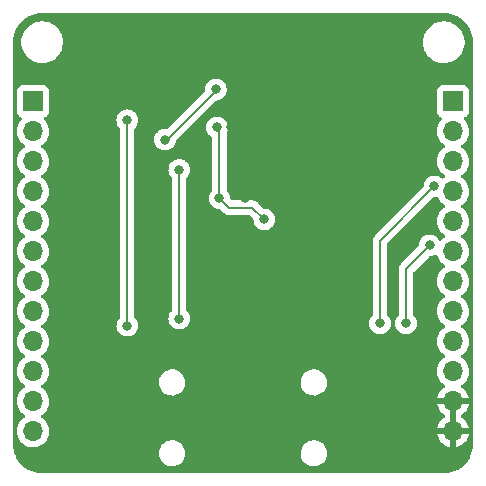
<source format=gbr>
%TF.GenerationSoftware,KiCad,Pcbnew,(6.0.0-0)*%
%TF.CreationDate,2022-08-17T15:37:39+02:00*%
%TF.ProjectId,wm8904_codec_breakout,776d3839-3034-45f6-936f-6465635f6272,rev?*%
%TF.SameCoordinates,Original*%
%TF.FileFunction,Copper,L2,Bot*%
%TF.FilePolarity,Positive*%
%FSLAX46Y46*%
G04 Gerber Fmt 4.6, Leading zero omitted, Abs format (unit mm)*
G04 Created by KiCad (PCBNEW (6.0.0-0)) date 2022-08-17 15:37:39*
%MOMM*%
%LPD*%
G01*
G04 APERTURE LIST*
%TA.AperFunction,ComponentPad*%
%ADD10R,1.700000X1.700000*%
%TD*%
%TA.AperFunction,ComponentPad*%
%ADD11O,1.700000X1.700000*%
%TD*%
%TA.AperFunction,ViaPad*%
%ADD12C,0.800000*%
%TD*%
%TA.AperFunction,Conductor*%
%ADD13C,0.200000*%
%TD*%
G04 APERTURE END LIST*
D10*
%TO.P,J101,1,Pin_1*%
%TO.N,IN2R*%
X132220000Y-67996000D03*
D11*
%TO.P,J101,2,Pin_2*%
%TO.N,IN1R{slash}DMICDAT2*%
X132220000Y-70536000D03*
%TO.P,J101,3,Pin_3*%
%TO.N,IN2L*%
X132220000Y-73076000D03*
%TO.P,J101,4,Pin_4*%
%TO.N,IN1L{slash}DMICDAT1*%
X132220000Y-75616000D03*
%TO.P,J101,5,Pin_5*%
%TO.N,MCLK*%
X132220000Y-78156000D03*
%TO.P,J101,6,Pin_6*%
%TO.N,BCLK{slash}GPIO4*%
X132220000Y-80696000D03*
%TO.P,J101,7,Pin_7*%
%TO.N,LRCLK*%
X132220000Y-83236000D03*
%TO.P,J101,8,Pin_8*%
%TO.N,ADCDAT*%
X132220000Y-85776000D03*
%TO.P,J101,9,Pin_9*%
%TO.N,DACDAT*%
X132220000Y-88316000D03*
%TO.P,J101,10,Pin_10*%
%TO.N,IRQ{slash}GPIO1*%
X132220000Y-90856000D03*
%TO.P,J101,11,Pin_11*%
%TO.N,VDD*%
X132220000Y-93396000D03*
%TO.P,J101,12,Pin_12*%
%TO.N,1V8*%
X132220000Y-95936000D03*
%TD*%
D10*
%TO.P,J102,1,Pin_1*%
%TO.N,LINEOUTR*%
X167780000Y-67996000D03*
D11*
%TO.P,J102,2,Pin_2*%
%TO.N,LINEOUTFB*%
X167780000Y-70536000D03*
%TO.P,J102,3,Pin_3*%
%TO.N,LINEOUTL*%
X167780000Y-73076000D03*
%TO.P,J102,4,Pin_4*%
%TO.N,HPOUTR*%
X167780000Y-75616000D03*
%TO.P,J102,5,Pin_5*%
%TO.N,HPOUTFB*%
X167780000Y-78156000D03*
%TO.P,J102,6,Pin_6*%
%TO.N,HPOUTL*%
X167780000Y-80696000D03*
%TO.P,J102,7,Pin_7*%
%TO.N,SDA*%
X167780000Y-83236000D03*
%TO.P,J102,8,Pin_8*%
X167780000Y-85776000D03*
%TO.P,J102,9,Pin_9*%
%TO.N,SCLK*%
X167780000Y-88316000D03*
%TO.P,J102,10,Pin_10*%
X167780000Y-90856000D03*
%TO.P,J102,11,Pin_11*%
%TO.N,GND*%
X167780000Y-93396000D03*
%TO.P,J102,12,Pin_12*%
X167780000Y-95936000D03*
%TD*%
D12*
%TO.N,GND*%
X150206939Y-76179485D03*
X152099500Y-75214997D03*
X150600000Y-67000000D03*
X158200000Y-76800000D03*
X147800000Y-78800000D03*
X147800000Y-96200000D03*
X149021201Y-70136395D03*
X149600000Y-67000000D03*
X159800000Y-96200000D03*
X150600000Y-78600000D03*
X145800000Y-67200000D03*
X155800000Y-78000000D03*
X155600000Y-68200000D03*
X158500000Y-71700000D03*
X148800000Y-80200000D03*
%TO.N,/wm8904/MICBIAS*%
X143400000Y-71235500D03*
X147709500Y-67000000D03*
%TO.N,1V8*%
X147800000Y-70200000D03*
X151800000Y-78000000D03*
X148000000Y-76200000D03*
%TO.N,HPOUTL*%
X165800000Y-80200000D03*
X163800000Y-86800000D03*
%TO.N,HPOUTR*%
X166200000Y-75200000D03*
X161600000Y-86800000D03*
%TO.N,IN2L*%
X144600000Y-73800000D03*
X144600000Y-86400000D03*
%TO.N,IN2R*%
X140200000Y-87000000D03*
X140200000Y-69600000D03*
%TD*%
D13*
%TO.N,/wm8904/MICBIAS*%
X147709500Y-67090500D02*
X143564500Y-71235500D01*
X147709500Y-67000000D02*
X147709500Y-67090500D01*
%TO.N,1V8*%
X150800000Y-77000000D02*
X148800000Y-77000000D01*
X148800000Y-77000000D02*
X148000000Y-76200000D01*
X148000000Y-76200000D02*
X148000000Y-70400000D01*
X151800000Y-78000000D02*
X150800000Y-77000000D01*
X148000000Y-70400000D02*
X147800000Y-70200000D01*
%TO.N,HPOUTL*%
X163800000Y-82200000D02*
X165800000Y-80200000D01*
X163800000Y-86800000D02*
X163800000Y-82200000D01*
%TO.N,HPOUTR*%
X161600000Y-79800000D02*
X166200000Y-75200000D01*
X161600000Y-86800000D02*
X161600000Y-79800000D01*
%TO.N,IN2L*%
X144600000Y-86400000D02*
X144600000Y-73800000D01*
%TO.N,IN2R*%
X140200000Y-87000000D02*
X140200000Y-69600000D01*
%TD*%
%TA.AperFunction,Conductor*%
%TO.N,GND*%
G36*
X166970057Y-60509500D02*
G01*
X166984858Y-60511805D01*
X166984861Y-60511805D01*
X166993730Y-60513186D01*
X167010899Y-60510941D01*
X167034839Y-60510108D01*
X167292770Y-60525710D01*
X167307874Y-60527544D01*
X167378648Y-60540514D01*
X167588879Y-60579040D01*
X167603641Y-60582678D01*
X167876408Y-60667675D01*
X167890627Y-60673069D01*
X168151140Y-60790316D01*
X168164609Y-60797385D01*
X168409095Y-60945182D01*
X168421617Y-60953825D01*
X168646507Y-61130016D01*
X168657895Y-61140106D01*
X168859894Y-61342105D01*
X168869984Y-61353493D01*
X169046175Y-61578383D01*
X169054818Y-61590905D01*
X169202615Y-61835391D01*
X169209684Y-61848860D01*
X169228306Y-61890237D01*
X169326930Y-62109370D01*
X169332325Y-62123592D01*
X169411658Y-62378179D01*
X169417321Y-62396353D01*
X169420962Y-62411127D01*
X169472456Y-62692126D01*
X169474290Y-62707230D01*
X169489455Y-62957929D01*
X169488198Y-62984639D01*
X169488195Y-62984859D01*
X169486814Y-62993730D01*
X169487978Y-63002632D01*
X169487978Y-63002635D01*
X169490936Y-63025251D01*
X169492000Y-63041589D01*
X169492000Y-96950672D01*
X169490500Y-96970056D01*
X169486814Y-96993730D01*
X169488454Y-97006270D01*
X169489059Y-97010897D01*
X169489892Y-97034839D01*
X169474290Y-97292770D01*
X169472456Y-97307874D01*
X169423619Y-97574376D01*
X169420962Y-97588873D01*
X169417322Y-97603641D01*
X169339143Y-97854528D01*
X169332326Y-97876404D01*
X169326931Y-97890627D01*
X169248345Y-98065240D01*
X169209686Y-98151136D01*
X169202615Y-98164609D01*
X169054818Y-98409095D01*
X169046175Y-98421617D01*
X168869984Y-98646507D01*
X168859894Y-98657895D01*
X168657895Y-98859894D01*
X168646507Y-98869984D01*
X168421617Y-99046175D01*
X168409095Y-99054818D01*
X168164609Y-99202615D01*
X168151140Y-99209684D01*
X167890630Y-99326930D01*
X167876408Y-99332325D01*
X167603641Y-99417322D01*
X167588879Y-99420960D01*
X167378648Y-99459486D01*
X167307874Y-99472456D01*
X167292770Y-99474290D01*
X167042071Y-99489455D01*
X167015361Y-99488198D01*
X167015141Y-99488195D01*
X167006270Y-99486814D01*
X166997368Y-99487978D01*
X166997365Y-99487978D01*
X166974749Y-99490936D01*
X166958411Y-99492000D01*
X133049328Y-99492000D01*
X133029943Y-99490500D01*
X133015142Y-99488195D01*
X133015139Y-99488195D01*
X133006270Y-99486814D01*
X132989101Y-99489059D01*
X132965161Y-99489892D01*
X132707230Y-99474290D01*
X132692126Y-99472456D01*
X132621352Y-99459486D01*
X132411121Y-99420960D01*
X132396359Y-99417322D01*
X132123592Y-99332325D01*
X132109370Y-99326930D01*
X131848860Y-99209684D01*
X131835391Y-99202615D01*
X131590905Y-99054818D01*
X131578383Y-99046175D01*
X131353493Y-98869984D01*
X131342105Y-98859894D01*
X131140106Y-98657895D01*
X131130016Y-98646507D01*
X130953825Y-98421617D01*
X130945182Y-98409095D01*
X130797385Y-98164609D01*
X130790314Y-98151136D01*
X130751656Y-98065240D01*
X130673069Y-97890627D01*
X130667674Y-97876404D01*
X130660857Y-97854528D01*
X130634789Y-97770872D01*
X142887634Y-97770872D01*
X142889543Y-97800000D01*
X142900953Y-97974072D01*
X142951079Y-98171443D01*
X143036333Y-98356373D01*
X143153861Y-98522671D01*
X143157995Y-98526698D01*
X143287135Y-98652501D01*
X143299726Y-98664767D01*
X143304522Y-98667972D01*
X143304525Y-98667974D01*
X143372440Y-98713353D01*
X143469043Y-98777901D01*
X143474346Y-98780179D01*
X143474349Y-98780181D01*
X143558989Y-98816545D01*
X143656142Y-98858285D01*
X143729609Y-98874909D01*
X143849120Y-98901952D01*
X143849126Y-98901953D01*
X143854757Y-98903227D01*
X143860528Y-98903454D01*
X143860530Y-98903454D01*
X143921504Y-98905850D01*
X144058237Y-98911222D01*
X144160388Y-98896411D01*
X144254045Y-98882832D01*
X144254050Y-98882831D01*
X144259766Y-98882002D01*
X144265238Y-98880144D01*
X144265240Y-98880144D01*
X144447131Y-98818400D01*
X144447133Y-98818399D01*
X144452595Y-98816545D01*
X144630267Y-98717044D01*
X144786831Y-98586831D01*
X144917044Y-98430267D01*
X145016545Y-98252595D01*
X145042312Y-98176690D01*
X145080144Y-98065240D01*
X145080144Y-98065238D01*
X145082002Y-98059766D01*
X145082831Y-98054050D01*
X145082832Y-98054045D01*
X145106525Y-97890630D01*
X145111222Y-97858237D01*
X145112747Y-97800000D01*
X145110071Y-97770872D01*
X154887634Y-97770872D01*
X154889543Y-97800000D01*
X154900953Y-97974072D01*
X154951079Y-98171443D01*
X155036333Y-98356373D01*
X155153861Y-98522671D01*
X155157995Y-98526698D01*
X155287135Y-98652501D01*
X155299726Y-98664767D01*
X155304522Y-98667972D01*
X155304525Y-98667974D01*
X155372440Y-98713353D01*
X155469043Y-98777901D01*
X155474346Y-98780179D01*
X155474349Y-98780181D01*
X155558989Y-98816545D01*
X155656142Y-98858285D01*
X155729609Y-98874909D01*
X155849120Y-98901952D01*
X155849126Y-98901953D01*
X155854757Y-98903227D01*
X155860528Y-98903454D01*
X155860530Y-98903454D01*
X155921504Y-98905850D01*
X156058237Y-98911222D01*
X156160388Y-98896411D01*
X156254045Y-98882832D01*
X156254050Y-98882831D01*
X156259766Y-98882002D01*
X156265238Y-98880144D01*
X156265240Y-98880144D01*
X156447131Y-98818400D01*
X156447133Y-98818399D01*
X156452595Y-98816545D01*
X156630267Y-98717044D01*
X156786831Y-98586831D01*
X156917044Y-98430267D01*
X157016545Y-98252595D01*
X157042312Y-98176690D01*
X157080144Y-98065240D01*
X157080144Y-98065238D01*
X157082002Y-98059766D01*
X157082831Y-98054050D01*
X157082832Y-98054045D01*
X157106525Y-97890630D01*
X157111222Y-97858237D01*
X157112747Y-97800000D01*
X157094114Y-97597218D01*
X157091761Y-97588873D01*
X157040408Y-97406791D01*
X157038839Y-97401227D01*
X156948773Y-97218591D01*
X156939865Y-97206661D01*
X156830385Y-97060051D01*
X156826932Y-97055427D01*
X156677397Y-96917198D01*
X156505177Y-96808535D01*
X156316037Y-96733076D01*
X156310377Y-96731950D01*
X156310373Y-96731949D01*
X156121982Y-96694476D01*
X156121977Y-96694476D01*
X156116314Y-96693349D01*
X156110539Y-96693273D01*
X156110535Y-96693273D01*
X156008527Y-96691938D01*
X155912695Y-96690683D01*
X155906998Y-96691662D01*
X155906997Y-96691662D01*
X155890621Y-96694476D01*
X155712000Y-96725169D01*
X155520950Y-96795651D01*
X155515989Y-96798603D01*
X155515988Y-96798603D01*
X155350912Y-96896813D01*
X155350909Y-96896815D01*
X155345944Y-96899769D01*
X155192842Y-97034036D01*
X155189267Y-97038571D01*
X155189266Y-97038572D01*
X155175979Y-97055427D01*
X155066772Y-97193955D01*
X155064083Y-97199066D01*
X155064081Y-97199069D01*
X155026556Y-97270393D01*
X154971956Y-97374170D01*
X154970242Y-97379691D01*
X154970240Y-97379695D01*
X154961827Y-97406791D01*
X154911569Y-97568647D01*
X154887634Y-97770872D01*
X145110071Y-97770872D01*
X145094114Y-97597218D01*
X145091761Y-97588873D01*
X145040408Y-97406791D01*
X145038839Y-97401227D01*
X144948773Y-97218591D01*
X144939865Y-97206661D01*
X144830385Y-97060051D01*
X144826932Y-97055427D01*
X144677397Y-96917198D01*
X144505177Y-96808535D01*
X144316037Y-96733076D01*
X144310377Y-96731950D01*
X144310373Y-96731949D01*
X144121982Y-96694476D01*
X144121977Y-96694476D01*
X144116314Y-96693349D01*
X144110539Y-96693273D01*
X144110535Y-96693273D01*
X144008527Y-96691938D01*
X143912695Y-96690683D01*
X143906998Y-96691662D01*
X143906997Y-96691662D01*
X143890621Y-96694476D01*
X143712000Y-96725169D01*
X143520950Y-96795651D01*
X143515989Y-96798603D01*
X143515988Y-96798603D01*
X143350912Y-96896813D01*
X143350909Y-96896815D01*
X143345944Y-96899769D01*
X143192842Y-97034036D01*
X143189267Y-97038571D01*
X143189266Y-97038572D01*
X143175979Y-97055427D01*
X143066772Y-97193955D01*
X143064083Y-97199066D01*
X143064081Y-97199069D01*
X143026556Y-97270393D01*
X142971956Y-97374170D01*
X142970242Y-97379691D01*
X142970240Y-97379695D01*
X142961827Y-97406791D01*
X142911569Y-97568647D01*
X142887634Y-97770872D01*
X130634789Y-97770872D01*
X130582678Y-97603641D01*
X130579038Y-97588873D01*
X130576382Y-97574376D01*
X130527544Y-97307874D01*
X130525710Y-97292770D01*
X130510545Y-97042071D01*
X130511802Y-97015361D01*
X130511805Y-97015141D01*
X130513186Y-97006270D01*
X130511547Y-96993730D01*
X130509064Y-96974749D01*
X130508000Y-96958411D01*
X130508000Y-95902695D01*
X130857251Y-95902695D01*
X130857548Y-95907848D01*
X130857548Y-95907851D01*
X130863011Y-96002590D01*
X130870110Y-96125715D01*
X130871247Y-96130761D01*
X130871248Y-96130767D01*
X130885449Y-96193778D01*
X130919222Y-96343639D01*
X131003266Y-96550616D01*
X131005965Y-96555020D01*
X131116389Y-96735216D01*
X131119987Y-96741088D01*
X131266250Y-96909938D01*
X131438126Y-97052632D01*
X131631000Y-97165338D01*
X131839692Y-97245030D01*
X131844760Y-97246061D01*
X131844763Y-97246062D01*
X131939862Y-97265410D01*
X132058597Y-97289567D01*
X132063772Y-97289757D01*
X132063774Y-97289757D01*
X132276673Y-97297564D01*
X132276677Y-97297564D01*
X132281837Y-97297753D01*
X132286957Y-97297097D01*
X132286959Y-97297097D01*
X132498288Y-97270025D01*
X132498289Y-97270025D01*
X132503416Y-97269368D01*
X132508366Y-97267883D01*
X132712429Y-97206661D01*
X132712434Y-97206659D01*
X132717384Y-97205174D01*
X132917994Y-97106896D01*
X133099860Y-96977173D01*
X133258096Y-96819489D01*
X133317594Y-96736689D01*
X133385435Y-96642277D01*
X133388453Y-96638077D01*
X133487430Y-96437811D01*
X133552370Y-96224069D01*
X133555017Y-96203966D01*
X166448257Y-96203966D01*
X166478565Y-96338446D01*
X166481645Y-96348275D01*
X166561770Y-96545603D01*
X166566413Y-96554794D01*
X166677694Y-96736388D01*
X166683777Y-96744699D01*
X166823213Y-96905667D01*
X166830580Y-96912883D01*
X166994434Y-97048916D01*
X167002881Y-97054831D01*
X167186756Y-97162279D01*
X167196042Y-97166729D01*
X167395001Y-97242703D01*
X167404899Y-97245579D01*
X167508250Y-97266606D01*
X167522299Y-97265410D01*
X167526000Y-97255065D01*
X167526000Y-97254517D01*
X168034000Y-97254517D01*
X168038064Y-97268359D01*
X168051478Y-97270393D01*
X168058184Y-97269534D01*
X168068262Y-97267392D01*
X168272255Y-97206191D01*
X168281842Y-97202433D01*
X168473095Y-97108739D01*
X168481945Y-97103464D01*
X168655328Y-96979792D01*
X168663200Y-96973139D01*
X168814052Y-96822812D01*
X168820730Y-96814965D01*
X168945003Y-96642020D01*
X168950313Y-96633183D01*
X169044670Y-96442267D01*
X169048469Y-96432672D01*
X169110377Y-96228910D01*
X169112555Y-96218837D01*
X169113986Y-96207962D01*
X169111775Y-96193778D01*
X169098617Y-96190000D01*
X168052115Y-96190000D01*
X168036876Y-96194475D01*
X168035671Y-96195865D01*
X168034000Y-96203548D01*
X168034000Y-97254517D01*
X167526000Y-97254517D01*
X167526000Y-96208115D01*
X167521525Y-96192876D01*
X167520135Y-96191671D01*
X167512452Y-96190000D01*
X166463225Y-96190000D01*
X166449694Y-96193973D01*
X166448257Y-96203966D01*
X133555017Y-96203966D01*
X133581529Y-96002590D01*
X133583156Y-95936000D01*
X133564852Y-95713361D01*
X133554006Y-95670183D01*
X166444389Y-95670183D01*
X166445912Y-95678607D01*
X166458292Y-95682000D01*
X167507885Y-95682000D01*
X167523124Y-95677525D01*
X167524329Y-95676135D01*
X167526000Y-95668452D01*
X167526000Y-95663885D01*
X168034000Y-95663885D01*
X168038475Y-95679124D01*
X168039865Y-95680329D01*
X168047548Y-95682000D01*
X169098344Y-95682000D01*
X169111875Y-95678027D01*
X169113180Y-95668947D01*
X169071214Y-95501875D01*
X169067894Y-95492124D01*
X168982972Y-95296814D01*
X168978105Y-95287739D01*
X168862426Y-95108926D01*
X168856136Y-95100757D01*
X168712806Y-94943240D01*
X168705273Y-94936215D01*
X168538139Y-94804222D01*
X168529552Y-94798517D01*
X168492116Y-94777851D01*
X168442146Y-94727419D01*
X168427374Y-94657976D01*
X168452490Y-94591571D01*
X168479842Y-94564964D01*
X168655327Y-94439792D01*
X168663200Y-94433139D01*
X168814052Y-94282812D01*
X168820730Y-94274965D01*
X168945003Y-94102020D01*
X168950313Y-94093183D01*
X169044670Y-93902267D01*
X169048469Y-93892672D01*
X169110377Y-93688910D01*
X169112555Y-93678837D01*
X169113986Y-93667962D01*
X169111775Y-93653778D01*
X169098617Y-93650000D01*
X168052115Y-93650000D01*
X168036876Y-93654475D01*
X168035671Y-93655865D01*
X168034000Y-93663548D01*
X168034000Y-95663885D01*
X167526000Y-95663885D01*
X167526000Y-93668115D01*
X167521525Y-93652876D01*
X167520135Y-93651671D01*
X167512452Y-93650000D01*
X166463225Y-93650000D01*
X166449694Y-93653973D01*
X166448257Y-93663966D01*
X166478565Y-93798446D01*
X166481645Y-93808275D01*
X166561770Y-94005603D01*
X166566413Y-94014794D01*
X166677694Y-94196388D01*
X166683777Y-94204699D01*
X166823213Y-94365667D01*
X166830580Y-94372883D01*
X166994434Y-94508916D01*
X167002881Y-94514831D01*
X167072479Y-94555501D01*
X167121203Y-94607140D01*
X167134274Y-94676923D01*
X167107543Y-94742694D01*
X167067087Y-94776053D01*
X167058462Y-94780542D01*
X167049738Y-94786036D01*
X166879433Y-94913905D01*
X166871726Y-94920748D01*
X166724590Y-95074717D01*
X166718104Y-95082727D01*
X166598098Y-95258649D01*
X166593000Y-95267623D01*
X166503338Y-95460783D01*
X166499775Y-95470470D01*
X166444389Y-95670183D01*
X133554006Y-95670183D01*
X133510431Y-95496702D01*
X133421354Y-95291840D01*
X133300014Y-95104277D01*
X133149670Y-94939051D01*
X133145619Y-94935852D01*
X133145615Y-94935848D01*
X132978414Y-94803800D01*
X132978410Y-94803798D01*
X132974359Y-94800598D01*
X132933053Y-94777796D01*
X132883084Y-94727364D01*
X132868312Y-94657921D01*
X132893428Y-94591516D01*
X132920780Y-94564909D01*
X132964603Y-94533650D01*
X133099860Y-94437173D01*
X133258096Y-94279489D01*
X133317594Y-94196689D01*
X133385435Y-94102277D01*
X133388453Y-94098077D01*
X133487430Y-93897811D01*
X133552370Y-93684069D01*
X133581529Y-93462590D01*
X133583156Y-93396000D01*
X133564852Y-93173361D01*
X133510431Y-92956702D01*
X133421354Y-92751840D01*
X133300014Y-92564277D01*
X133149670Y-92399051D01*
X133145619Y-92395852D01*
X133145615Y-92395848D01*
X132978414Y-92263800D01*
X132978410Y-92263798D01*
X132974359Y-92260598D01*
X132933053Y-92237796D01*
X132883084Y-92187364D01*
X132868312Y-92117921D01*
X132893428Y-92051516D01*
X132920780Y-92024909D01*
X132984197Y-91979674D01*
X133099860Y-91897173D01*
X133135246Y-91861911D01*
X133226603Y-91770872D01*
X142887634Y-91770872D01*
X142889543Y-91800000D01*
X142900953Y-91974072D01*
X142951079Y-92171443D01*
X143036333Y-92356373D01*
X143153861Y-92522671D01*
X143299726Y-92664767D01*
X143304522Y-92667972D01*
X143304525Y-92667974D01*
X143423533Y-92747492D01*
X143469043Y-92777901D01*
X143474346Y-92780179D01*
X143474349Y-92780181D01*
X143558989Y-92816545D01*
X143656142Y-92858285D01*
X143729609Y-92874909D01*
X143849120Y-92901952D01*
X143849126Y-92901953D01*
X143854757Y-92903227D01*
X143860528Y-92903454D01*
X143860530Y-92903454D01*
X143921504Y-92905850D01*
X144058237Y-92911222D01*
X144160388Y-92896411D01*
X144254045Y-92882832D01*
X144254050Y-92882831D01*
X144259766Y-92882002D01*
X144265238Y-92880144D01*
X144265240Y-92880144D01*
X144447131Y-92818400D01*
X144447133Y-92818399D01*
X144452595Y-92816545D01*
X144630267Y-92717044D01*
X144786831Y-92586831D01*
X144917044Y-92430267D01*
X145016545Y-92252595D01*
X145018772Y-92246036D01*
X145080144Y-92065240D01*
X145080144Y-92065238D01*
X145082002Y-92059766D01*
X145082831Y-92054050D01*
X145082832Y-92054045D01*
X145105142Y-91900171D01*
X145111222Y-91858237D01*
X145112747Y-91800000D01*
X145110071Y-91770872D01*
X154887634Y-91770872D01*
X154889543Y-91800000D01*
X154900953Y-91974072D01*
X154951079Y-92171443D01*
X155036333Y-92356373D01*
X155153861Y-92522671D01*
X155299726Y-92664767D01*
X155304522Y-92667972D01*
X155304525Y-92667974D01*
X155423533Y-92747492D01*
X155469043Y-92777901D01*
X155474346Y-92780179D01*
X155474349Y-92780181D01*
X155558989Y-92816545D01*
X155656142Y-92858285D01*
X155729609Y-92874909D01*
X155849120Y-92901952D01*
X155849126Y-92901953D01*
X155854757Y-92903227D01*
X155860528Y-92903454D01*
X155860530Y-92903454D01*
X155921504Y-92905850D01*
X156058237Y-92911222D01*
X156160388Y-92896411D01*
X156254045Y-92882832D01*
X156254050Y-92882831D01*
X156259766Y-92882002D01*
X156265238Y-92880144D01*
X156265240Y-92880144D01*
X156447131Y-92818400D01*
X156447133Y-92818399D01*
X156452595Y-92816545D01*
X156630267Y-92717044D01*
X156786831Y-92586831D01*
X156917044Y-92430267D01*
X157016545Y-92252595D01*
X157018772Y-92246036D01*
X157080144Y-92065240D01*
X157080144Y-92065238D01*
X157082002Y-92059766D01*
X157082831Y-92054050D01*
X157082832Y-92054045D01*
X157105142Y-91900171D01*
X157111222Y-91858237D01*
X157112747Y-91800000D01*
X157094114Y-91597218D01*
X157038839Y-91401227D01*
X156948773Y-91218591D01*
X156926989Y-91189418D01*
X156830385Y-91060051D01*
X156826932Y-91055427D01*
X156677397Y-90917198D01*
X156645089Y-90896813D01*
X156510057Y-90811614D01*
X156505177Y-90808535D01*
X156316037Y-90733076D01*
X156310377Y-90731950D01*
X156310373Y-90731949D01*
X156121982Y-90694476D01*
X156121977Y-90694476D01*
X156116314Y-90693349D01*
X156110539Y-90693273D01*
X156110535Y-90693273D01*
X156008527Y-90691938D01*
X155912695Y-90690683D01*
X155906998Y-90691662D01*
X155906997Y-90691662D01*
X155890621Y-90694476D01*
X155712000Y-90725169D01*
X155520950Y-90795651D01*
X155515989Y-90798603D01*
X155515988Y-90798603D01*
X155350912Y-90896813D01*
X155350909Y-90896815D01*
X155345944Y-90899769D01*
X155192842Y-91034036D01*
X155066772Y-91193955D01*
X155064083Y-91199066D01*
X155064081Y-91199069D01*
X155030109Y-91263639D01*
X154971956Y-91374170D01*
X154970242Y-91379691D01*
X154970240Y-91379695D01*
X154913547Y-91562277D01*
X154911569Y-91568647D01*
X154887634Y-91770872D01*
X145110071Y-91770872D01*
X145094114Y-91597218D01*
X145038839Y-91401227D01*
X144948773Y-91218591D01*
X144926989Y-91189418D01*
X144830385Y-91060051D01*
X144826932Y-91055427D01*
X144677397Y-90917198D01*
X144645089Y-90896813D01*
X144510057Y-90811614D01*
X144505177Y-90808535D01*
X144316037Y-90733076D01*
X144310377Y-90731950D01*
X144310373Y-90731949D01*
X144121982Y-90694476D01*
X144121977Y-90694476D01*
X144116314Y-90693349D01*
X144110539Y-90693273D01*
X144110535Y-90693273D01*
X144008527Y-90691938D01*
X143912695Y-90690683D01*
X143906998Y-90691662D01*
X143906997Y-90691662D01*
X143890621Y-90694476D01*
X143712000Y-90725169D01*
X143520950Y-90795651D01*
X143515989Y-90798603D01*
X143515988Y-90798603D01*
X143350912Y-90896813D01*
X143350909Y-90896815D01*
X143345944Y-90899769D01*
X143192842Y-91034036D01*
X143066772Y-91193955D01*
X143064083Y-91199066D01*
X143064081Y-91199069D01*
X143030109Y-91263639D01*
X142971956Y-91374170D01*
X142970242Y-91379691D01*
X142970240Y-91379695D01*
X142913547Y-91562277D01*
X142911569Y-91568647D01*
X142887634Y-91770872D01*
X133226603Y-91770872D01*
X133254435Y-91743137D01*
X133258096Y-91739489D01*
X133317594Y-91656689D01*
X133385435Y-91562277D01*
X133388453Y-91558077D01*
X133476615Y-91379695D01*
X133485136Y-91362453D01*
X133485137Y-91362451D01*
X133487430Y-91357811D01*
X133535660Y-91199069D01*
X133550865Y-91149023D01*
X133550865Y-91149021D01*
X133552370Y-91144069D01*
X133581529Y-90922590D01*
X133581736Y-90914117D01*
X133583074Y-90859365D01*
X133583074Y-90859361D01*
X133583156Y-90856000D01*
X133564852Y-90633361D01*
X133510431Y-90416702D01*
X133421354Y-90211840D01*
X133300014Y-90024277D01*
X133149670Y-89859051D01*
X133145619Y-89855852D01*
X133145615Y-89855848D01*
X132978414Y-89723800D01*
X132978410Y-89723798D01*
X132974359Y-89720598D01*
X132933053Y-89697796D01*
X132883084Y-89647364D01*
X132868312Y-89577921D01*
X132893428Y-89511516D01*
X132920780Y-89484909D01*
X132964603Y-89453650D01*
X133099860Y-89357173D01*
X133258096Y-89199489D01*
X133317594Y-89116689D01*
X133385435Y-89022277D01*
X133388453Y-89018077D01*
X133487430Y-88817811D01*
X133552370Y-88604069D01*
X133581529Y-88382590D01*
X133583156Y-88316000D01*
X133564852Y-88093361D01*
X133510431Y-87876702D01*
X133421354Y-87671840D01*
X133300014Y-87484277D01*
X133149670Y-87319051D01*
X133145619Y-87315852D01*
X133145615Y-87315848D01*
X132978414Y-87183800D01*
X132978410Y-87183798D01*
X132974359Y-87180598D01*
X132933053Y-87157796D01*
X132883084Y-87107364D01*
X132868312Y-87037921D01*
X132882655Y-87000000D01*
X139286496Y-87000000D01*
X139287186Y-87006565D01*
X139305129Y-87177279D01*
X139306458Y-87189928D01*
X139365473Y-87371556D01*
X139460960Y-87536944D01*
X139465378Y-87541851D01*
X139465379Y-87541852D01*
X139578506Y-87667492D01*
X139588747Y-87678866D01*
X139743248Y-87791118D01*
X139749276Y-87793802D01*
X139749278Y-87793803D01*
X139911681Y-87866109D01*
X139917712Y-87868794D01*
X140011113Y-87888647D01*
X140098056Y-87907128D01*
X140098061Y-87907128D01*
X140104513Y-87908500D01*
X140295487Y-87908500D01*
X140301939Y-87907128D01*
X140301944Y-87907128D01*
X140388887Y-87888647D01*
X140482288Y-87868794D01*
X140488319Y-87866109D01*
X140650722Y-87793803D01*
X140650724Y-87793802D01*
X140656752Y-87791118D01*
X140811253Y-87678866D01*
X140821494Y-87667492D01*
X140934621Y-87541852D01*
X140934622Y-87541851D01*
X140939040Y-87536944D01*
X141034527Y-87371556D01*
X141093542Y-87189928D01*
X141094872Y-87177279D01*
X141112814Y-87006565D01*
X141113504Y-87000000D01*
X141107714Y-86944909D01*
X141094232Y-86816635D01*
X141094232Y-86816633D01*
X141093542Y-86810072D01*
X141034527Y-86628444D01*
X140939040Y-86463056D01*
X140902722Y-86422721D01*
X140882264Y-86400000D01*
X143686496Y-86400000D01*
X143687186Y-86406565D01*
X143705067Y-86576689D01*
X143706458Y-86589928D01*
X143765473Y-86771556D01*
X143860960Y-86936944D01*
X143865378Y-86941851D01*
X143865379Y-86941852D01*
X143960772Y-87047797D01*
X143988747Y-87078866D01*
X144087843Y-87150864D01*
X144133176Y-87183800D01*
X144143248Y-87191118D01*
X144149276Y-87193802D01*
X144149278Y-87193803D01*
X144311681Y-87266109D01*
X144317712Y-87268794D01*
X144411113Y-87288647D01*
X144498056Y-87307128D01*
X144498061Y-87307128D01*
X144504513Y-87308500D01*
X144695487Y-87308500D01*
X144701939Y-87307128D01*
X144701944Y-87307128D01*
X144788887Y-87288647D01*
X144882288Y-87268794D01*
X144888319Y-87266109D01*
X145050722Y-87193803D01*
X145050724Y-87193802D01*
X145056752Y-87191118D01*
X145066825Y-87183800D01*
X145112157Y-87150864D01*
X145211253Y-87078866D01*
X145239228Y-87047797D01*
X145334621Y-86941852D01*
X145334622Y-86941851D01*
X145339040Y-86936944D01*
X145418105Y-86800000D01*
X160686496Y-86800000D01*
X160687186Y-86806565D01*
X160695885Y-86889327D01*
X160706458Y-86989928D01*
X160765473Y-87171556D01*
X160860960Y-87336944D01*
X160988747Y-87478866D01*
X161143248Y-87591118D01*
X161149276Y-87593802D01*
X161149278Y-87593803D01*
X161311681Y-87666109D01*
X161317712Y-87668794D01*
X161383365Y-87682749D01*
X161498056Y-87707128D01*
X161498061Y-87707128D01*
X161504513Y-87708500D01*
X161695487Y-87708500D01*
X161701939Y-87707128D01*
X161701944Y-87707128D01*
X161816635Y-87682749D01*
X161882288Y-87668794D01*
X161888319Y-87666109D01*
X162050722Y-87593803D01*
X162050724Y-87593802D01*
X162056752Y-87591118D01*
X162211253Y-87478866D01*
X162339040Y-87336944D01*
X162434527Y-87171556D01*
X162493542Y-86989928D01*
X162504116Y-86889327D01*
X162512814Y-86806565D01*
X162513504Y-86800000D01*
X162495473Y-86628444D01*
X162494232Y-86616635D01*
X162494232Y-86616633D01*
X162493542Y-86610072D01*
X162434527Y-86428444D01*
X162339040Y-86263056D01*
X162334621Y-86258148D01*
X162240864Y-86154020D01*
X162210146Y-86090013D01*
X162208500Y-86069710D01*
X162208500Y-80104239D01*
X162228502Y-80036118D01*
X162245405Y-80015144D01*
X166115144Y-76145405D01*
X166177456Y-76111379D01*
X166204239Y-76108500D01*
X166295487Y-76108500D01*
X166301939Y-76107128D01*
X166301944Y-76107128D01*
X166367698Y-76093151D01*
X166393112Y-76087749D01*
X166463901Y-76093151D01*
X166520534Y-76135968D01*
X166536051Y-76163593D01*
X166561320Y-76225826D01*
X166561322Y-76225829D01*
X166563266Y-76230616D01*
X166565965Y-76235020D01*
X166673390Y-76410322D01*
X166679987Y-76421088D01*
X166826250Y-76589938D01*
X166998126Y-76732632D01*
X167068595Y-76773811D01*
X167071445Y-76775476D01*
X167120169Y-76827114D01*
X167133240Y-76896897D01*
X167106509Y-76962669D01*
X167066055Y-76996027D01*
X167053607Y-77002507D01*
X167049474Y-77005610D01*
X167049471Y-77005612D01*
X166879100Y-77133530D01*
X166874965Y-77136635D01*
X166720629Y-77298138D01*
X166594743Y-77482680D01*
X166570604Y-77534684D01*
X166533903Y-77613750D01*
X166500688Y-77685305D01*
X166440989Y-77900570D01*
X166417251Y-78122695D01*
X166417548Y-78127848D01*
X166417548Y-78127851D01*
X166423011Y-78222590D01*
X166430110Y-78345715D01*
X166431247Y-78350761D01*
X166431248Y-78350767D01*
X166437223Y-78377279D01*
X166479222Y-78563639D01*
X166563266Y-78770616D01*
X166679987Y-78961088D01*
X166826250Y-79129938D01*
X166998126Y-79272632D01*
X167030415Y-79291500D01*
X167071445Y-79315476D01*
X167120169Y-79367114D01*
X167133240Y-79436897D01*
X167106509Y-79502669D01*
X167066055Y-79536027D01*
X167053607Y-79542507D01*
X167049474Y-79545610D01*
X167049471Y-79545612D01*
X166879100Y-79673530D01*
X166874965Y-79676635D01*
X166809580Y-79745057D01*
X166786596Y-79769108D01*
X166725072Y-79804538D01*
X166654159Y-79801081D01*
X166596373Y-79759835D01*
X166586383Y-79745057D01*
X166562027Y-79702870D01*
X166539040Y-79663056D01*
X166526895Y-79649567D01*
X166415675Y-79526045D01*
X166415674Y-79526044D01*
X166411253Y-79521134D01*
X166256752Y-79408882D01*
X166250724Y-79406198D01*
X166250722Y-79406197D01*
X166088319Y-79333891D01*
X166088318Y-79333891D01*
X166082288Y-79331206D01*
X165988887Y-79311353D01*
X165901944Y-79292872D01*
X165901939Y-79292872D01*
X165895487Y-79291500D01*
X165704513Y-79291500D01*
X165698061Y-79292872D01*
X165698056Y-79292872D01*
X165611113Y-79311353D01*
X165517712Y-79331206D01*
X165511682Y-79333891D01*
X165511681Y-79333891D01*
X165349278Y-79406197D01*
X165349276Y-79406198D01*
X165343248Y-79408882D01*
X165188747Y-79521134D01*
X165184326Y-79526044D01*
X165184325Y-79526045D01*
X165073106Y-79649567D01*
X165060960Y-79663056D01*
X164965473Y-79828444D01*
X164906458Y-80010072D01*
X164905768Y-80016633D01*
X164905768Y-80016635D01*
X164905133Y-80022680D01*
X164886496Y-80200000D01*
X164886684Y-80201786D01*
X164867184Y-80268196D01*
X164850281Y-80289170D01*
X163403766Y-81735685D01*
X163391375Y-81746552D01*
X163366013Y-81766013D01*
X163341526Y-81797925D01*
X163341523Y-81797928D01*
X163341517Y-81797936D01*
X163288602Y-81866896D01*
X163268476Y-81893124D01*
X163227256Y-81992638D01*
X163207162Y-82041150D01*
X163191500Y-82160115D01*
X163191500Y-82160120D01*
X163186250Y-82200000D01*
X163187328Y-82208188D01*
X163190422Y-82231690D01*
X163191500Y-82248136D01*
X163191500Y-86069710D01*
X163171498Y-86137831D01*
X163159136Y-86154020D01*
X163065379Y-86258148D01*
X163060960Y-86263056D01*
X162965473Y-86428444D01*
X162906458Y-86610072D01*
X162905768Y-86616633D01*
X162905768Y-86616635D01*
X162904527Y-86628444D01*
X162886496Y-86800000D01*
X162887186Y-86806565D01*
X162895885Y-86889327D01*
X162906458Y-86989928D01*
X162965473Y-87171556D01*
X163060960Y-87336944D01*
X163188747Y-87478866D01*
X163343248Y-87591118D01*
X163349276Y-87593802D01*
X163349278Y-87593803D01*
X163511681Y-87666109D01*
X163517712Y-87668794D01*
X163583365Y-87682749D01*
X163698056Y-87707128D01*
X163698061Y-87707128D01*
X163704513Y-87708500D01*
X163895487Y-87708500D01*
X163901939Y-87707128D01*
X163901944Y-87707128D01*
X164016635Y-87682749D01*
X164082288Y-87668794D01*
X164088319Y-87666109D01*
X164250722Y-87593803D01*
X164250724Y-87593802D01*
X164256752Y-87591118D01*
X164411253Y-87478866D01*
X164539040Y-87336944D01*
X164634527Y-87171556D01*
X164693542Y-86989928D01*
X164704116Y-86889327D01*
X164712814Y-86806565D01*
X164713504Y-86800000D01*
X164695473Y-86628444D01*
X164694232Y-86616635D01*
X164694232Y-86616633D01*
X164693542Y-86610072D01*
X164634527Y-86428444D01*
X164539040Y-86263056D01*
X164534621Y-86258148D01*
X164440864Y-86154020D01*
X164410146Y-86090013D01*
X164408500Y-86069710D01*
X164408500Y-82504239D01*
X164428502Y-82436118D01*
X164445405Y-82415144D01*
X165715144Y-81145405D01*
X165777456Y-81111379D01*
X165804239Y-81108500D01*
X165895487Y-81108500D01*
X165901939Y-81107128D01*
X165901944Y-81107128D01*
X165988887Y-81088647D01*
X166082288Y-81068794D01*
X166113663Y-81054825D01*
X166250722Y-80993803D01*
X166250724Y-80993802D01*
X166256752Y-80991118D01*
X166262091Y-80987239D01*
X166262098Y-80987235D01*
X166271245Y-80980589D01*
X166338113Y-80956731D01*
X166407264Y-80972813D01*
X166456743Y-81023728D01*
X166468221Y-81054825D01*
X166479222Y-81103639D01*
X166563266Y-81310616D01*
X166679987Y-81501088D01*
X166826250Y-81669938D01*
X166998126Y-81812632D01*
X167068595Y-81853811D01*
X167071445Y-81855476D01*
X167120169Y-81907114D01*
X167133240Y-81976897D01*
X167106509Y-82042669D01*
X167066055Y-82076027D01*
X167053607Y-82082507D01*
X167049474Y-82085610D01*
X167049471Y-82085612D01*
X166886215Y-82208188D01*
X166874965Y-82216635D01*
X166720629Y-82378138D01*
X166594743Y-82562680D01*
X166500688Y-82765305D01*
X166440989Y-82980570D01*
X166417251Y-83202695D01*
X166417548Y-83207848D01*
X166417548Y-83207851D01*
X166423011Y-83302590D01*
X166430110Y-83425715D01*
X166431247Y-83430761D01*
X166431248Y-83430767D01*
X166451119Y-83518939D01*
X166479222Y-83643639D01*
X166563266Y-83850616D01*
X166679987Y-84041088D01*
X166826250Y-84209938D01*
X166998126Y-84352632D01*
X167068595Y-84393811D01*
X167071445Y-84395476D01*
X167120169Y-84447114D01*
X167133240Y-84516897D01*
X167106509Y-84582669D01*
X167066055Y-84616027D01*
X167053607Y-84622507D01*
X167049474Y-84625610D01*
X167049471Y-84625612D01*
X167025247Y-84643800D01*
X166874965Y-84756635D01*
X166720629Y-84918138D01*
X166594743Y-85102680D01*
X166500688Y-85305305D01*
X166440989Y-85520570D01*
X166417251Y-85742695D01*
X166417548Y-85747848D01*
X166417548Y-85747851D01*
X166429812Y-85960547D01*
X166430110Y-85965715D01*
X166431247Y-85970761D01*
X166431248Y-85970767D01*
X166442957Y-86022721D01*
X166479222Y-86183639D01*
X166563266Y-86390616D01*
X166679987Y-86581088D01*
X166826250Y-86749938D01*
X166998126Y-86892632D01*
X167064172Y-86931226D01*
X167071445Y-86935476D01*
X167120169Y-86987114D01*
X167133240Y-87056897D01*
X167106509Y-87122669D01*
X167066055Y-87156027D01*
X167053607Y-87162507D01*
X167049474Y-87165610D01*
X167049471Y-87165612D01*
X166910218Y-87270166D01*
X166874965Y-87296635D01*
X166720629Y-87458138D01*
X166717715Y-87462410D01*
X166717714Y-87462411D01*
X166702798Y-87484277D01*
X166594743Y-87642680D01*
X166580226Y-87673955D01*
X166525841Y-87791118D01*
X166500688Y-87845305D01*
X166440989Y-88060570D01*
X166417251Y-88282695D01*
X166417548Y-88287848D01*
X166417548Y-88287851D01*
X166423011Y-88382590D01*
X166430110Y-88505715D01*
X166431247Y-88510761D01*
X166431248Y-88510767D01*
X166451119Y-88598939D01*
X166479222Y-88723639D01*
X166563266Y-88930616D01*
X166679987Y-89121088D01*
X166826250Y-89289938D01*
X166998126Y-89432632D01*
X167068595Y-89473811D01*
X167071445Y-89475476D01*
X167120169Y-89527114D01*
X167133240Y-89596897D01*
X167106509Y-89662669D01*
X167066055Y-89696027D01*
X167053607Y-89702507D01*
X167049474Y-89705610D01*
X167049471Y-89705612D01*
X167025247Y-89723800D01*
X166874965Y-89836635D01*
X166720629Y-89998138D01*
X166594743Y-90182680D01*
X166500688Y-90385305D01*
X166440989Y-90600570D01*
X166417251Y-90822695D01*
X166417548Y-90827848D01*
X166417548Y-90827851D01*
X166422926Y-90921118D01*
X166430110Y-91045715D01*
X166431247Y-91050761D01*
X166431248Y-91050767D01*
X166451119Y-91138939D01*
X166479222Y-91263639D01*
X166563266Y-91470616D01*
X166565965Y-91475020D01*
X166640848Y-91597218D01*
X166679987Y-91661088D01*
X166826250Y-91829938D01*
X166998126Y-91972632D01*
X167010177Y-91979674D01*
X167071955Y-92015774D01*
X167120679Y-92067412D01*
X167133750Y-92137195D01*
X167107019Y-92202967D01*
X167066562Y-92236327D01*
X167058457Y-92240546D01*
X167049738Y-92246036D01*
X166879433Y-92373905D01*
X166871726Y-92380748D01*
X166724590Y-92534717D01*
X166718104Y-92542727D01*
X166598098Y-92718649D01*
X166593000Y-92727623D01*
X166503338Y-92920783D01*
X166499775Y-92930470D01*
X166444389Y-93130183D01*
X166445912Y-93138607D01*
X166458292Y-93142000D01*
X169098344Y-93142000D01*
X169111875Y-93138027D01*
X169113180Y-93128947D01*
X169071214Y-92961875D01*
X169067894Y-92952124D01*
X168982972Y-92756814D01*
X168978105Y-92747739D01*
X168862426Y-92568926D01*
X168856136Y-92560757D01*
X168712806Y-92403240D01*
X168705273Y-92396215D01*
X168538139Y-92264222D01*
X168529556Y-92258520D01*
X168492602Y-92238120D01*
X168442631Y-92187687D01*
X168427859Y-92118245D01*
X168452975Y-92051839D01*
X168480327Y-92025232D01*
X168544197Y-91979674D01*
X168659860Y-91897173D01*
X168695246Y-91861911D01*
X168814435Y-91743137D01*
X168818096Y-91739489D01*
X168877594Y-91656689D01*
X168945435Y-91562277D01*
X168948453Y-91558077D01*
X169036615Y-91379695D01*
X169045136Y-91362453D01*
X169045137Y-91362451D01*
X169047430Y-91357811D01*
X169095660Y-91199069D01*
X169110865Y-91149023D01*
X169110865Y-91149021D01*
X169112370Y-91144069D01*
X169141529Y-90922590D01*
X169141736Y-90914117D01*
X169143074Y-90859365D01*
X169143074Y-90859361D01*
X169143156Y-90856000D01*
X169124852Y-90633361D01*
X169070431Y-90416702D01*
X168981354Y-90211840D01*
X168860014Y-90024277D01*
X168709670Y-89859051D01*
X168705619Y-89855852D01*
X168705615Y-89855848D01*
X168538414Y-89723800D01*
X168538410Y-89723798D01*
X168534359Y-89720598D01*
X168493053Y-89697796D01*
X168443084Y-89647364D01*
X168428312Y-89577921D01*
X168453428Y-89511516D01*
X168480780Y-89484909D01*
X168524603Y-89453650D01*
X168659860Y-89357173D01*
X168818096Y-89199489D01*
X168877594Y-89116689D01*
X168945435Y-89022277D01*
X168948453Y-89018077D01*
X169047430Y-88817811D01*
X169112370Y-88604069D01*
X169141529Y-88382590D01*
X169143156Y-88316000D01*
X169124852Y-88093361D01*
X169070431Y-87876702D01*
X168981354Y-87671840D01*
X168860014Y-87484277D01*
X168709670Y-87319051D01*
X168705619Y-87315852D01*
X168705615Y-87315848D01*
X168538414Y-87183800D01*
X168538410Y-87183798D01*
X168534359Y-87180598D01*
X168493053Y-87157796D01*
X168443084Y-87107364D01*
X168428312Y-87037921D01*
X168453428Y-86971516D01*
X168480780Y-86944909D01*
X168524603Y-86913650D01*
X168659860Y-86817173D01*
X168818096Y-86659489D01*
X168877594Y-86576689D01*
X168945435Y-86482277D01*
X168948453Y-86478077D01*
X168958303Y-86458148D01*
X169045136Y-86282453D01*
X169045137Y-86282451D01*
X169047430Y-86277811D01*
X169112370Y-86064069D01*
X169141529Y-85842590D01*
X169143156Y-85776000D01*
X169124852Y-85553361D01*
X169070431Y-85336702D01*
X168981354Y-85131840D01*
X168860014Y-84944277D01*
X168709670Y-84779051D01*
X168705619Y-84775852D01*
X168705615Y-84775848D01*
X168538414Y-84643800D01*
X168538410Y-84643798D01*
X168534359Y-84640598D01*
X168493053Y-84617796D01*
X168443084Y-84567364D01*
X168428312Y-84497921D01*
X168453428Y-84431516D01*
X168480780Y-84404909D01*
X168524603Y-84373650D01*
X168659860Y-84277173D01*
X168818096Y-84119489D01*
X168877594Y-84036689D01*
X168945435Y-83942277D01*
X168948453Y-83938077D01*
X169047430Y-83737811D01*
X169112370Y-83524069D01*
X169141529Y-83302590D01*
X169143156Y-83236000D01*
X169124852Y-83013361D01*
X169070431Y-82796702D01*
X168981354Y-82591840D01*
X168860014Y-82404277D01*
X168709670Y-82239051D01*
X168705619Y-82235852D01*
X168705615Y-82235848D01*
X168538414Y-82103800D01*
X168538410Y-82103798D01*
X168534359Y-82100598D01*
X168493053Y-82077796D01*
X168443084Y-82027364D01*
X168428312Y-81957921D01*
X168453428Y-81891516D01*
X168480780Y-81864909D01*
X168524603Y-81833650D01*
X168659860Y-81737173D01*
X168818096Y-81579489D01*
X168877594Y-81496689D01*
X168945435Y-81402277D01*
X168948453Y-81398077D01*
X169047430Y-81197811D01*
X169086212Y-81070166D01*
X169110865Y-80989023D01*
X169110865Y-80989021D01*
X169112370Y-80984069D01*
X169141529Y-80762590D01*
X169143156Y-80696000D01*
X169124852Y-80473361D01*
X169070431Y-80256702D01*
X168981354Y-80051840D01*
X168860014Y-79864277D01*
X168709670Y-79699051D01*
X168705619Y-79695852D01*
X168705615Y-79695848D01*
X168538414Y-79563800D01*
X168538410Y-79563798D01*
X168534359Y-79560598D01*
X168493053Y-79537796D01*
X168443084Y-79487364D01*
X168428312Y-79417921D01*
X168453428Y-79351516D01*
X168480780Y-79324909D01*
X168527618Y-79291500D01*
X168659860Y-79197173D01*
X168818096Y-79039489D01*
X168877594Y-78956689D01*
X168945435Y-78862277D01*
X168948453Y-78858077D01*
X169047430Y-78657811D01*
X169112370Y-78444069D01*
X169141529Y-78222590D01*
X169142327Y-78189928D01*
X169143074Y-78159365D01*
X169143074Y-78159361D01*
X169143156Y-78156000D01*
X169124852Y-77933361D01*
X169070431Y-77716702D01*
X168981354Y-77511840D01*
X168860014Y-77324277D01*
X168709670Y-77159051D01*
X168705619Y-77155852D01*
X168705615Y-77155848D01*
X168538414Y-77023800D01*
X168538410Y-77023798D01*
X168534359Y-77020598D01*
X168493053Y-76997796D01*
X168443084Y-76947364D01*
X168428312Y-76877921D01*
X168453428Y-76811516D01*
X168480780Y-76784909D01*
X168541144Y-76741852D01*
X168659860Y-76657173D01*
X168818096Y-76499489D01*
X168877594Y-76416689D01*
X168945435Y-76322277D01*
X168948453Y-76318077D01*
X169003566Y-76206565D01*
X169045136Y-76122453D01*
X169045137Y-76122451D01*
X169047430Y-76117811D01*
X169112370Y-75904069D01*
X169141529Y-75682590D01*
X169143156Y-75616000D01*
X169124852Y-75393361D01*
X169070431Y-75176702D01*
X168981354Y-74971840D01*
X168860014Y-74784277D01*
X168709670Y-74619051D01*
X168705619Y-74615852D01*
X168705615Y-74615848D01*
X168538414Y-74483800D01*
X168538410Y-74483798D01*
X168534359Y-74480598D01*
X168493053Y-74457796D01*
X168443084Y-74407364D01*
X168428312Y-74337921D01*
X168453428Y-74271516D01*
X168480780Y-74244909D01*
X168524603Y-74213650D01*
X168659860Y-74117173D01*
X168818096Y-73959489D01*
X168877594Y-73876689D01*
X168945435Y-73782277D01*
X168948453Y-73778077D01*
X169034589Y-73603794D01*
X169045136Y-73582453D01*
X169045137Y-73582451D01*
X169047430Y-73577811D01*
X169112370Y-73364069D01*
X169141529Y-73142590D01*
X169143156Y-73076000D01*
X169124852Y-72853361D01*
X169070431Y-72636702D01*
X168981354Y-72431840D01*
X168860014Y-72244277D01*
X168709670Y-72079051D01*
X168705619Y-72075852D01*
X168705615Y-72075848D01*
X168538414Y-71943800D01*
X168538410Y-71943798D01*
X168534359Y-71940598D01*
X168493053Y-71917796D01*
X168443084Y-71867364D01*
X168428312Y-71797921D01*
X168453428Y-71731516D01*
X168480780Y-71704909D01*
X168524603Y-71673650D01*
X168659860Y-71577173D01*
X168818096Y-71419489D01*
X168877594Y-71336689D01*
X168945435Y-71242277D01*
X168948453Y-71238077D01*
X168952972Y-71228935D01*
X169045136Y-71042453D01*
X169045137Y-71042451D01*
X169047430Y-71037811D01*
X169095721Y-70878866D01*
X169110865Y-70829023D01*
X169110865Y-70829021D01*
X169112370Y-70824069D01*
X169141529Y-70602590D01*
X169141900Y-70587396D01*
X169143074Y-70539365D01*
X169143074Y-70539361D01*
X169143156Y-70536000D01*
X169124852Y-70313361D01*
X169070431Y-70096702D01*
X168981354Y-69891840D01*
X168860014Y-69704277D01*
X168856532Y-69700450D01*
X168712798Y-69542488D01*
X168681746Y-69478642D01*
X168690141Y-69408143D01*
X168735317Y-69353375D01*
X168761761Y-69339706D01*
X168868297Y-69299767D01*
X168876705Y-69296615D01*
X168993261Y-69209261D01*
X169080615Y-69092705D01*
X169131745Y-68956316D01*
X169138500Y-68894134D01*
X169138500Y-67097866D01*
X169131745Y-67035684D01*
X169080615Y-66899295D01*
X168993261Y-66782739D01*
X168876705Y-66695385D01*
X168740316Y-66644255D01*
X168678134Y-66637500D01*
X166881866Y-66637500D01*
X166819684Y-66644255D01*
X166683295Y-66695385D01*
X166566739Y-66782739D01*
X166479385Y-66899295D01*
X166428255Y-67035684D01*
X166421500Y-67097866D01*
X166421500Y-68894134D01*
X166428255Y-68956316D01*
X166479385Y-69092705D01*
X166566739Y-69209261D01*
X166683295Y-69296615D01*
X166691704Y-69299767D01*
X166691705Y-69299768D01*
X166800451Y-69340535D01*
X166857216Y-69383176D01*
X166881916Y-69449738D01*
X166866709Y-69519087D01*
X166847316Y-69545568D01*
X166720629Y-69678138D01*
X166594743Y-69862680D01*
X166500688Y-70065305D01*
X166440989Y-70280570D01*
X166417251Y-70502695D01*
X166417548Y-70507848D01*
X166417548Y-70507851D01*
X166423011Y-70602590D01*
X166430110Y-70725715D01*
X166431247Y-70730761D01*
X166431248Y-70730767D01*
X166451119Y-70818939D01*
X166479222Y-70943639D01*
X166563266Y-71150616D01*
X166679987Y-71341088D01*
X166826250Y-71509938D01*
X166998126Y-71652632D01*
X167068595Y-71693811D01*
X167071445Y-71695476D01*
X167120169Y-71747114D01*
X167133240Y-71816897D01*
X167106509Y-71882669D01*
X167066055Y-71916027D01*
X167061787Y-71918249D01*
X167053607Y-71922507D01*
X167049474Y-71925610D01*
X167049471Y-71925612D01*
X166879100Y-72053530D01*
X166874965Y-72056635D01*
X166720629Y-72218138D01*
X166594743Y-72402680D01*
X166500688Y-72605305D01*
X166440989Y-72820570D01*
X166417251Y-73042695D01*
X166417548Y-73047848D01*
X166417548Y-73047851D01*
X166423011Y-73142590D01*
X166430110Y-73265715D01*
X166431247Y-73270761D01*
X166431248Y-73270767D01*
X166451119Y-73358939D01*
X166479222Y-73483639D01*
X166563266Y-73690616D01*
X166679987Y-73881088D01*
X166826250Y-74049938D01*
X166998126Y-74192632D01*
X167068595Y-74233811D01*
X167071445Y-74235476D01*
X167120169Y-74287114D01*
X167133240Y-74356897D01*
X167106509Y-74422669D01*
X167066055Y-74456027D01*
X167053607Y-74462507D01*
X167049473Y-74465611D01*
X166968297Y-74526559D01*
X166901812Y-74551464D01*
X166832416Y-74536471D01*
X166812160Y-74522141D01*
X166811253Y-74521134D01*
X166759868Y-74483800D01*
X166662094Y-74412763D01*
X166662093Y-74412762D01*
X166656752Y-74408882D01*
X166650724Y-74406198D01*
X166650722Y-74406197D01*
X166488319Y-74333891D01*
X166488318Y-74333891D01*
X166482288Y-74331206D01*
X166388887Y-74311353D01*
X166301944Y-74292872D01*
X166301939Y-74292872D01*
X166295487Y-74291500D01*
X166104513Y-74291500D01*
X166098061Y-74292872D01*
X166098056Y-74292872D01*
X166011113Y-74311353D01*
X165917712Y-74331206D01*
X165911682Y-74333891D01*
X165911681Y-74333891D01*
X165749278Y-74406197D01*
X165749276Y-74406198D01*
X165743248Y-74408882D01*
X165588747Y-74521134D01*
X165584326Y-74526044D01*
X165584325Y-74526045D01*
X165497144Y-74622870D01*
X165460960Y-74663056D01*
X165365473Y-74828444D01*
X165306458Y-75010072D01*
X165286496Y-75200000D01*
X165286684Y-75201786D01*
X165267184Y-75268196D01*
X165250281Y-75289170D01*
X161203766Y-79335685D01*
X161191375Y-79346552D01*
X161166013Y-79366013D01*
X161141526Y-79397925D01*
X161141523Y-79397928D01*
X161068476Y-79493124D01*
X161007162Y-79641149D01*
X161007162Y-79641150D01*
X160991500Y-79760115D01*
X160991500Y-79760120D01*
X160986250Y-79800000D01*
X160987328Y-79808188D01*
X160990422Y-79831690D01*
X160991500Y-79848136D01*
X160991500Y-86069710D01*
X160971498Y-86137831D01*
X160959136Y-86154020D01*
X160865379Y-86258148D01*
X160860960Y-86263056D01*
X160765473Y-86428444D01*
X160706458Y-86610072D01*
X160705768Y-86616633D01*
X160705768Y-86616635D01*
X160704527Y-86628444D01*
X160686496Y-86800000D01*
X145418105Y-86800000D01*
X145434527Y-86771556D01*
X145493542Y-86589928D01*
X145494934Y-86576689D01*
X145512814Y-86406565D01*
X145513504Y-86400000D01*
X145501944Y-86290013D01*
X145494232Y-86216635D01*
X145494232Y-86216633D01*
X145493542Y-86210072D01*
X145434527Y-86028444D01*
X145339040Y-85863056D01*
X145323600Y-85845908D01*
X145240864Y-85754020D01*
X145210146Y-85690013D01*
X145208500Y-85669710D01*
X145208500Y-74530290D01*
X145228502Y-74462169D01*
X145240864Y-74445980D01*
X145334621Y-74341852D01*
X145334622Y-74341851D01*
X145339040Y-74336944D01*
X145434527Y-74171556D01*
X145493542Y-73989928D01*
X145497183Y-73955292D01*
X145512814Y-73806565D01*
X145513504Y-73800000D01*
X145502470Y-73695020D01*
X145494232Y-73616635D01*
X145494232Y-73616633D01*
X145493542Y-73610072D01*
X145434527Y-73428444D01*
X145339040Y-73263056D01*
X145211253Y-73121134D01*
X145103291Y-73042695D01*
X145062094Y-73012763D01*
X145062093Y-73012762D01*
X145056752Y-73008882D01*
X145050724Y-73006198D01*
X145050722Y-73006197D01*
X144888319Y-72933891D01*
X144888318Y-72933891D01*
X144882288Y-72931206D01*
X144788888Y-72911353D01*
X144701944Y-72892872D01*
X144701939Y-72892872D01*
X144695487Y-72891500D01*
X144504513Y-72891500D01*
X144498061Y-72892872D01*
X144498056Y-72892872D01*
X144411112Y-72911353D01*
X144317712Y-72931206D01*
X144311682Y-72933891D01*
X144311681Y-72933891D01*
X144149278Y-73006197D01*
X144149276Y-73006198D01*
X144143248Y-73008882D01*
X144137907Y-73012762D01*
X144137906Y-73012763D01*
X144096709Y-73042695D01*
X143988747Y-73121134D01*
X143860960Y-73263056D01*
X143765473Y-73428444D01*
X143706458Y-73610072D01*
X143705768Y-73616633D01*
X143705768Y-73616635D01*
X143697530Y-73695020D01*
X143686496Y-73800000D01*
X143687186Y-73806565D01*
X143702818Y-73955292D01*
X143706458Y-73989928D01*
X143765473Y-74171556D01*
X143860960Y-74336944D01*
X143865378Y-74341851D01*
X143865379Y-74341852D01*
X143959136Y-74445980D01*
X143989854Y-74509987D01*
X143991500Y-74530290D01*
X143991500Y-85669710D01*
X143971498Y-85737831D01*
X143959136Y-85754020D01*
X143876400Y-85845908D01*
X143860960Y-85863056D01*
X143765473Y-86028444D01*
X143706458Y-86210072D01*
X143705768Y-86216633D01*
X143705768Y-86216635D01*
X143698056Y-86290013D01*
X143686496Y-86400000D01*
X140882264Y-86400000D01*
X140840864Y-86354020D01*
X140810146Y-86290013D01*
X140808500Y-86269710D01*
X140808500Y-71235500D01*
X142486496Y-71235500D01*
X142487186Y-71242065D01*
X142505393Y-71415292D01*
X142506458Y-71425428D01*
X142565473Y-71607056D01*
X142660960Y-71772444D01*
X142665378Y-71777351D01*
X142665379Y-71777352D01*
X142715159Y-71832638D01*
X142788747Y-71914366D01*
X142943248Y-72026618D01*
X142949276Y-72029302D01*
X142949278Y-72029303D01*
X143111681Y-72101609D01*
X143117712Y-72104294D01*
X143211113Y-72124147D01*
X143298056Y-72142628D01*
X143298061Y-72142628D01*
X143304513Y-72144000D01*
X143495487Y-72144000D01*
X143501939Y-72142628D01*
X143501944Y-72142628D01*
X143588887Y-72124147D01*
X143682288Y-72104294D01*
X143688319Y-72101609D01*
X143850722Y-72029303D01*
X143850724Y-72029302D01*
X143856752Y-72026618D01*
X144011253Y-71914366D01*
X144084841Y-71832638D01*
X144134621Y-71777352D01*
X144134622Y-71777351D01*
X144139040Y-71772444D01*
X144234527Y-71607056D01*
X144293542Y-71425428D01*
X144295739Y-71404521D01*
X144322750Y-71338865D01*
X144331954Y-71328595D01*
X145460549Y-70200000D01*
X146886496Y-70200000D01*
X146887186Y-70206565D01*
X146898411Y-70313361D01*
X146906458Y-70389928D01*
X146965473Y-70571556D01*
X146968776Y-70577278D01*
X146968777Y-70577279D01*
X146985306Y-70605908D01*
X147060960Y-70736944D01*
X147065378Y-70741851D01*
X147065379Y-70741852D01*
X147143868Y-70829023D01*
X147188747Y-70878866D01*
X147194089Y-70882747D01*
X147194091Y-70882749D01*
X147339561Y-70988439D01*
X147382915Y-71044661D01*
X147391500Y-71090375D01*
X147391500Y-75469710D01*
X147371498Y-75537831D01*
X147359136Y-75554020D01*
X147265379Y-75658148D01*
X147260960Y-75663056D01*
X147202686Y-75763990D01*
X147178596Y-75805715D01*
X147165473Y-75828444D01*
X147106458Y-76010072D01*
X147086496Y-76200000D01*
X147106458Y-76389928D01*
X147165473Y-76571556D01*
X147168776Y-76577278D01*
X147168777Y-76577279D01*
X147177992Y-76593240D01*
X147260960Y-76736944D01*
X147388747Y-76878866D01*
X147543248Y-76991118D01*
X147549276Y-76993802D01*
X147549278Y-76993803D01*
X147609461Y-77020598D01*
X147717712Y-77068794D01*
X147811113Y-77088647D01*
X147898056Y-77107128D01*
X147898061Y-77107128D01*
X147904513Y-77108500D01*
X147995761Y-77108500D01*
X148063882Y-77128502D01*
X148084856Y-77145405D01*
X148335685Y-77396234D01*
X148346552Y-77408625D01*
X148366013Y-77433987D01*
X148372563Y-77439013D01*
X148397921Y-77458471D01*
X148397937Y-77458485D01*
X148435588Y-77487375D01*
X148493124Y-77531524D01*
X148641149Y-77592838D01*
X148649336Y-77593916D01*
X148649337Y-77593916D01*
X148660542Y-77595391D01*
X148691738Y-77599498D01*
X148760115Y-77608500D01*
X148760118Y-77608500D01*
X148760126Y-77608501D01*
X148791811Y-77612672D01*
X148800000Y-77613750D01*
X148831693Y-77609578D01*
X148848136Y-77608500D01*
X150495761Y-77608500D01*
X150563882Y-77628502D01*
X150584856Y-77645405D01*
X150850281Y-77910830D01*
X150884307Y-77973142D01*
X150886841Y-77996716D01*
X150886496Y-78000000D01*
X150887186Y-78006565D01*
X150902540Y-78152646D01*
X150906458Y-78189928D01*
X150965473Y-78371556D01*
X151060960Y-78536944D01*
X151065378Y-78541851D01*
X151065379Y-78541852D01*
X151165328Y-78652857D01*
X151188747Y-78678866D01*
X151287843Y-78750864D01*
X151315030Y-78770616D01*
X151343248Y-78791118D01*
X151349276Y-78793802D01*
X151349278Y-78793803D01*
X151511681Y-78866109D01*
X151517712Y-78868794D01*
X151611112Y-78888647D01*
X151698056Y-78907128D01*
X151698061Y-78907128D01*
X151704513Y-78908500D01*
X151895487Y-78908500D01*
X151901939Y-78907128D01*
X151901944Y-78907128D01*
X151988888Y-78888647D01*
X152082288Y-78868794D01*
X152088319Y-78866109D01*
X152250722Y-78793803D01*
X152250724Y-78793802D01*
X152256752Y-78791118D01*
X152284971Y-78770616D01*
X152312157Y-78750864D01*
X152411253Y-78678866D01*
X152434672Y-78652857D01*
X152534621Y-78541852D01*
X152534622Y-78541851D01*
X152539040Y-78536944D01*
X152634527Y-78371556D01*
X152693542Y-78189928D01*
X152697461Y-78152646D01*
X152712814Y-78006565D01*
X152713504Y-78000000D01*
X152708468Y-77952081D01*
X152694232Y-77816635D01*
X152694232Y-77816633D01*
X152693542Y-77810072D01*
X152634527Y-77628444D01*
X152626044Y-77613750D01*
X152597314Y-77563990D01*
X152539040Y-77463056D01*
X152411253Y-77321134D01*
X152256752Y-77208882D01*
X152250724Y-77206198D01*
X152250722Y-77206197D01*
X152088319Y-77133891D01*
X152088318Y-77133891D01*
X152082288Y-77131206D01*
X151988888Y-77111353D01*
X151901944Y-77092872D01*
X151901939Y-77092872D01*
X151895487Y-77091500D01*
X151804239Y-77091500D01*
X151736118Y-77071498D01*
X151715144Y-77054595D01*
X151264315Y-76603766D01*
X151253448Y-76591375D01*
X151239013Y-76572563D01*
X151233987Y-76566013D01*
X151202075Y-76541526D01*
X151202072Y-76541523D01*
X151106876Y-76468476D01*
X150958851Y-76407162D01*
X150950664Y-76406084D01*
X150950663Y-76406084D01*
X150939458Y-76404609D01*
X150908262Y-76400502D01*
X150839885Y-76391500D01*
X150839882Y-76391500D01*
X150839874Y-76391499D01*
X150808189Y-76387328D01*
X150800000Y-76386250D01*
X150768307Y-76390422D01*
X150751864Y-76391500D01*
X149104239Y-76391500D01*
X149036118Y-76371498D01*
X149015144Y-76354595D01*
X148949719Y-76289170D01*
X148915693Y-76226858D01*
X148913159Y-76203284D01*
X148913504Y-76200000D01*
X148893542Y-76010072D01*
X148834527Y-75828444D01*
X148821405Y-75805715D01*
X148797314Y-75763990D01*
X148739040Y-75663056D01*
X148734621Y-75658148D01*
X148640864Y-75554020D01*
X148610146Y-75490013D01*
X148608500Y-75469710D01*
X148608500Y-70650397D01*
X148625380Y-70587398D01*
X148634527Y-70571556D01*
X148693542Y-70389928D01*
X148701590Y-70313361D01*
X148712814Y-70206565D01*
X148713504Y-70200000D01*
X148712814Y-70193435D01*
X148694232Y-70016635D01*
X148694232Y-70016633D01*
X148693542Y-70010072D01*
X148634527Y-69828444D01*
X148539040Y-69663056D01*
X148433254Y-69545568D01*
X148415675Y-69526045D01*
X148415674Y-69526044D01*
X148411253Y-69521134D01*
X148256752Y-69408882D01*
X148250724Y-69406198D01*
X148250722Y-69406197D01*
X148088319Y-69333891D01*
X148088318Y-69333891D01*
X148082288Y-69331206D01*
X147988887Y-69311353D01*
X147901944Y-69292872D01*
X147901939Y-69292872D01*
X147895487Y-69291500D01*
X147704513Y-69291500D01*
X147698061Y-69292872D01*
X147698056Y-69292872D01*
X147611113Y-69311353D01*
X147517712Y-69331206D01*
X147511682Y-69333891D01*
X147511681Y-69333891D01*
X147349278Y-69406197D01*
X147349276Y-69406198D01*
X147343248Y-69408882D01*
X147188747Y-69521134D01*
X147184326Y-69526044D01*
X147184325Y-69526045D01*
X147166747Y-69545568D01*
X147060960Y-69663056D01*
X146965473Y-69828444D01*
X146906458Y-70010072D01*
X146905768Y-70016633D01*
X146905768Y-70016635D01*
X146887186Y-70193435D01*
X146886496Y-70200000D01*
X145460549Y-70200000D01*
X147715144Y-67945405D01*
X147777456Y-67911379D01*
X147791885Y-67909828D01*
X147791818Y-67909190D01*
X147798385Y-67908500D01*
X147804987Y-67908500D01*
X147811439Y-67907128D01*
X147811444Y-67907128D01*
X147898388Y-67888647D01*
X147991788Y-67868794D01*
X147997819Y-67866109D01*
X148160222Y-67793803D01*
X148160224Y-67793802D01*
X148166252Y-67791118D01*
X148320753Y-67678866D01*
X148448540Y-67536944D01*
X148544027Y-67371556D01*
X148603042Y-67189928D01*
X148609361Y-67129811D01*
X148622314Y-67006565D01*
X148623004Y-67000000D01*
X148603042Y-66810072D01*
X148544027Y-66628444D01*
X148448540Y-66463056D01*
X148320753Y-66321134D01*
X148166252Y-66208882D01*
X148160224Y-66206198D01*
X148160222Y-66206197D01*
X147997819Y-66133891D01*
X147997818Y-66133891D01*
X147991788Y-66131206D01*
X147898388Y-66111353D01*
X147811444Y-66092872D01*
X147811439Y-66092872D01*
X147804987Y-66091500D01*
X147614013Y-66091500D01*
X147607561Y-66092872D01*
X147607556Y-66092872D01*
X147520612Y-66111353D01*
X147427212Y-66131206D01*
X147421182Y-66133891D01*
X147421181Y-66133891D01*
X147258778Y-66206197D01*
X147258776Y-66206198D01*
X147252748Y-66208882D01*
X147098247Y-66321134D01*
X146970460Y-66463056D01*
X146874973Y-66628444D01*
X146815958Y-66810072D01*
X146795996Y-67000000D01*
X146796686Y-67006565D01*
X146803358Y-67070042D01*
X146790586Y-67139880D01*
X146767143Y-67172308D01*
X143640323Y-70299128D01*
X143578011Y-70333154D01*
X143525033Y-70333280D01*
X143510966Y-70330290D01*
X143501943Y-70328372D01*
X143501941Y-70328372D01*
X143495487Y-70327000D01*
X143304513Y-70327000D01*
X143298061Y-70328372D01*
X143298056Y-70328372D01*
X143211112Y-70346853D01*
X143117712Y-70366706D01*
X143111682Y-70369391D01*
X143111681Y-70369391D01*
X142949278Y-70441697D01*
X142949276Y-70441698D01*
X142943248Y-70444382D01*
X142788747Y-70556634D01*
X142784326Y-70561544D01*
X142784325Y-70561545D01*
X142704323Y-70650397D01*
X142660960Y-70698556D01*
X142565473Y-70863944D01*
X142506458Y-71045572D01*
X142505768Y-71052133D01*
X142505768Y-71052135D01*
X142494955Y-71155020D01*
X142486496Y-71235500D01*
X140808500Y-71235500D01*
X140808500Y-70330290D01*
X140828502Y-70262169D01*
X140840864Y-70245980D01*
X140934621Y-70141852D01*
X140934622Y-70141851D01*
X140939040Y-70136944D01*
X141034527Y-69971556D01*
X141093542Y-69789928D01*
X141102947Y-69700450D01*
X141112814Y-69606565D01*
X141113504Y-69600000D01*
X141093542Y-69410072D01*
X141034527Y-69228444D01*
X141026559Y-69214642D01*
X140956158Y-69092705D01*
X140939040Y-69063056D01*
X140835858Y-68948460D01*
X140815675Y-68926045D01*
X140815674Y-68926044D01*
X140811253Y-68921134D01*
X140656752Y-68808882D01*
X140650724Y-68806198D01*
X140650722Y-68806197D01*
X140488319Y-68733891D01*
X140488318Y-68733891D01*
X140482288Y-68731206D01*
X140388888Y-68711353D01*
X140301944Y-68692872D01*
X140301939Y-68692872D01*
X140295487Y-68691500D01*
X140104513Y-68691500D01*
X140098061Y-68692872D01*
X140098056Y-68692872D01*
X140011112Y-68711353D01*
X139917712Y-68731206D01*
X139911682Y-68733891D01*
X139911681Y-68733891D01*
X139749278Y-68806197D01*
X139749276Y-68806198D01*
X139743248Y-68808882D01*
X139588747Y-68921134D01*
X139584326Y-68926044D01*
X139584325Y-68926045D01*
X139564143Y-68948460D01*
X139460960Y-69063056D01*
X139443842Y-69092705D01*
X139373442Y-69214642D01*
X139365473Y-69228444D01*
X139306458Y-69410072D01*
X139286496Y-69600000D01*
X139287186Y-69606565D01*
X139297054Y-69700450D01*
X139306458Y-69789928D01*
X139365473Y-69971556D01*
X139460960Y-70136944D01*
X139465378Y-70141851D01*
X139465379Y-70141852D01*
X139559136Y-70245980D01*
X139589854Y-70309987D01*
X139591500Y-70330290D01*
X139591500Y-86269710D01*
X139571498Y-86337831D01*
X139559136Y-86354020D01*
X139497278Y-86422721D01*
X139460960Y-86463056D01*
X139365473Y-86628444D01*
X139306458Y-86810072D01*
X139305768Y-86816633D01*
X139305768Y-86816635D01*
X139292286Y-86944909D01*
X139286496Y-87000000D01*
X132882655Y-87000000D01*
X132893428Y-86971516D01*
X132920780Y-86944909D01*
X132964603Y-86913650D01*
X133099860Y-86817173D01*
X133258096Y-86659489D01*
X133317594Y-86576689D01*
X133385435Y-86482277D01*
X133388453Y-86478077D01*
X133398303Y-86458148D01*
X133485136Y-86282453D01*
X133485137Y-86282451D01*
X133487430Y-86277811D01*
X133552370Y-86064069D01*
X133581529Y-85842590D01*
X133583156Y-85776000D01*
X133564852Y-85553361D01*
X133510431Y-85336702D01*
X133421354Y-85131840D01*
X133300014Y-84944277D01*
X133149670Y-84779051D01*
X133145619Y-84775852D01*
X133145615Y-84775848D01*
X132978414Y-84643800D01*
X132978410Y-84643798D01*
X132974359Y-84640598D01*
X132933053Y-84617796D01*
X132883084Y-84567364D01*
X132868312Y-84497921D01*
X132893428Y-84431516D01*
X132920780Y-84404909D01*
X132964603Y-84373650D01*
X133099860Y-84277173D01*
X133258096Y-84119489D01*
X133317594Y-84036689D01*
X133385435Y-83942277D01*
X133388453Y-83938077D01*
X133487430Y-83737811D01*
X133552370Y-83524069D01*
X133581529Y-83302590D01*
X133583156Y-83236000D01*
X133564852Y-83013361D01*
X133510431Y-82796702D01*
X133421354Y-82591840D01*
X133300014Y-82404277D01*
X133149670Y-82239051D01*
X133145619Y-82235852D01*
X133145615Y-82235848D01*
X132978414Y-82103800D01*
X132978410Y-82103798D01*
X132974359Y-82100598D01*
X132933053Y-82077796D01*
X132883084Y-82027364D01*
X132868312Y-81957921D01*
X132893428Y-81891516D01*
X132920780Y-81864909D01*
X132964603Y-81833650D01*
X133099860Y-81737173D01*
X133258096Y-81579489D01*
X133317594Y-81496689D01*
X133385435Y-81402277D01*
X133388453Y-81398077D01*
X133487430Y-81197811D01*
X133526212Y-81070166D01*
X133550865Y-80989023D01*
X133550865Y-80989021D01*
X133552370Y-80984069D01*
X133581529Y-80762590D01*
X133583156Y-80696000D01*
X133564852Y-80473361D01*
X133510431Y-80256702D01*
X133421354Y-80051840D01*
X133300014Y-79864277D01*
X133149670Y-79699051D01*
X133145619Y-79695852D01*
X133145615Y-79695848D01*
X132978414Y-79563800D01*
X132978410Y-79563798D01*
X132974359Y-79560598D01*
X132933053Y-79537796D01*
X132883084Y-79487364D01*
X132868312Y-79417921D01*
X132893428Y-79351516D01*
X132920780Y-79324909D01*
X132967618Y-79291500D01*
X133099860Y-79197173D01*
X133258096Y-79039489D01*
X133317594Y-78956689D01*
X133385435Y-78862277D01*
X133388453Y-78858077D01*
X133487430Y-78657811D01*
X133552370Y-78444069D01*
X133581529Y-78222590D01*
X133582327Y-78189928D01*
X133583074Y-78159365D01*
X133583074Y-78159361D01*
X133583156Y-78156000D01*
X133564852Y-77933361D01*
X133510431Y-77716702D01*
X133421354Y-77511840D01*
X133300014Y-77324277D01*
X133149670Y-77159051D01*
X133145619Y-77155852D01*
X133145615Y-77155848D01*
X132978414Y-77023800D01*
X132978410Y-77023798D01*
X132974359Y-77020598D01*
X132933053Y-76997796D01*
X132883084Y-76947364D01*
X132868312Y-76877921D01*
X132893428Y-76811516D01*
X132920780Y-76784909D01*
X132981144Y-76741852D01*
X133099860Y-76657173D01*
X133258096Y-76499489D01*
X133317594Y-76416689D01*
X133385435Y-76322277D01*
X133388453Y-76318077D01*
X133443566Y-76206565D01*
X133485136Y-76122453D01*
X133485137Y-76122451D01*
X133487430Y-76117811D01*
X133552370Y-75904069D01*
X133581529Y-75682590D01*
X133583156Y-75616000D01*
X133564852Y-75393361D01*
X133510431Y-75176702D01*
X133421354Y-74971840D01*
X133300014Y-74784277D01*
X133149670Y-74619051D01*
X133145619Y-74615852D01*
X133145615Y-74615848D01*
X132978414Y-74483800D01*
X132978410Y-74483798D01*
X132974359Y-74480598D01*
X132933053Y-74457796D01*
X132883084Y-74407364D01*
X132868312Y-74337921D01*
X132893428Y-74271516D01*
X132920780Y-74244909D01*
X132964603Y-74213650D01*
X133099860Y-74117173D01*
X133258096Y-73959489D01*
X133317594Y-73876689D01*
X133385435Y-73782277D01*
X133388453Y-73778077D01*
X133474589Y-73603794D01*
X133485136Y-73582453D01*
X133485137Y-73582451D01*
X133487430Y-73577811D01*
X133552370Y-73364069D01*
X133581529Y-73142590D01*
X133583156Y-73076000D01*
X133564852Y-72853361D01*
X133510431Y-72636702D01*
X133421354Y-72431840D01*
X133300014Y-72244277D01*
X133149670Y-72079051D01*
X133145619Y-72075852D01*
X133145615Y-72075848D01*
X132978414Y-71943800D01*
X132978410Y-71943798D01*
X132974359Y-71940598D01*
X132933053Y-71917796D01*
X132883084Y-71867364D01*
X132868312Y-71797921D01*
X132893428Y-71731516D01*
X132920780Y-71704909D01*
X132964603Y-71673650D01*
X133099860Y-71577173D01*
X133258096Y-71419489D01*
X133317594Y-71336689D01*
X133385435Y-71242277D01*
X133388453Y-71238077D01*
X133392972Y-71228935D01*
X133485136Y-71042453D01*
X133485137Y-71042451D01*
X133487430Y-71037811D01*
X133535721Y-70878866D01*
X133550865Y-70829023D01*
X133550865Y-70829021D01*
X133552370Y-70824069D01*
X133581529Y-70602590D01*
X133581900Y-70587396D01*
X133583074Y-70539365D01*
X133583074Y-70539361D01*
X133583156Y-70536000D01*
X133564852Y-70313361D01*
X133510431Y-70096702D01*
X133421354Y-69891840D01*
X133300014Y-69704277D01*
X133296532Y-69700450D01*
X133152798Y-69542488D01*
X133121746Y-69478642D01*
X133130141Y-69408143D01*
X133175317Y-69353375D01*
X133201761Y-69339706D01*
X133308297Y-69299767D01*
X133316705Y-69296615D01*
X133433261Y-69209261D01*
X133520615Y-69092705D01*
X133571745Y-68956316D01*
X133578500Y-68894134D01*
X133578500Y-67097866D01*
X133571745Y-67035684D01*
X133520615Y-66899295D01*
X133433261Y-66782739D01*
X133316705Y-66695385D01*
X133180316Y-66644255D01*
X133118134Y-66637500D01*
X131321866Y-66637500D01*
X131259684Y-66644255D01*
X131123295Y-66695385D01*
X131006739Y-66782739D01*
X130919385Y-66899295D01*
X130868255Y-67035684D01*
X130861500Y-67097866D01*
X130861500Y-68894134D01*
X130868255Y-68956316D01*
X130919385Y-69092705D01*
X131006739Y-69209261D01*
X131123295Y-69296615D01*
X131131704Y-69299767D01*
X131131705Y-69299768D01*
X131240451Y-69340535D01*
X131297216Y-69383176D01*
X131321916Y-69449738D01*
X131306709Y-69519087D01*
X131287316Y-69545568D01*
X131160629Y-69678138D01*
X131034743Y-69862680D01*
X130940688Y-70065305D01*
X130880989Y-70280570D01*
X130857251Y-70502695D01*
X130857548Y-70507848D01*
X130857548Y-70507851D01*
X130863011Y-70602590D01*
X130870110Y-70725715D01*
X130871247Y-70730761D01*
X130871248Y-70730767D01*
X130891119Y-70818939D01*
X130919222Y-70943639D01*
X131003266Y-71150616D01*
X131119987Y-71341088D01*
X131266250Y-71509938D01*
X131438126Y-71652632D01*
X131508595Y-71693811D01*
X131511445Y-71695476D01*
X131560169Y-71747114D01*
X131573240Y-71816897D01*
X131546509Y-71882669D01*
X131506055Y-71916027D01*
X131501787Y-71918249D01*
X131493607Y-71922507D01*
X131489474Y-71925610D01*
X131489471Y-71925612D01*
X131319100Y-72053530D01*
X131314965Y-72056635D01*
X131160629Y-72218138D01*
X131034743Y-72402680D01*
X130940688Y-72605305D01*
X130880989Y-72820570D01*
X130857251Y-73042695D01*
X130857548Y-73047848D01*
X130857548Y-73047851D01*
X130863011Y-73142590D01*
X130870110Y-73265715D01*
X130871247Y-73270761D01*
X130871248Y-73270767D01*
X130891119Y-73358939D01*
X130919222Y-73483639D01*
X131003266Y-73690616D01*
X131119987Y-73881088D01*
X131266250Y-74049938D01*
X131438126Y-74192632D01*
X131508595Y-74233811D01*
X131511445Y-74235476D01*
X131560169Y-74287114D01*
X131573240Y-74356897D01*
X131546509Y-74422669D01*
X131506055Y-74456027D01*
X131493607Y-74462507D01*
X131489474Y-74465610D01*
X131489471Y-74465612D01*
X131403328Y-74530290D01*
X131314965Y-74596635D01*
X131160629Y-74758138D01*
X131157715Y-74762410D01*
X131157714Y-74762411D01*
X131108382Y-74834729D01*
X131034743Y-74942680D01*
X130940688Y-75145305D01*
X130880989Y-75360570D01*
X130857251Y-75582695D01*
X130857548Y-75587848D01*
X130857548Y-75587851D01*
X130863011Y-75682590D01*
X130870110Y-75805715D01*
X130871247Y-75810761D01*
X130871248Y-75810767D01*
X130891119Y-75898939D01*
X130919222Y-76023639D01*
X131003266Y-76230616D01*
X131005965Y-76235020D01*
X131113390Y-76410322D01*
X131119987Y-76421088D01*
X131266250Y-76589938D01*
X131438126Y-76732632D01*
X131508595Y-76773811D01*
X131511445Y-76775476D01*
X131560169Y-76827114D01*
X131573240Y-76896897D01*
X131546509Y-76962669D01*
X131506055Y-76996027D01*
X131493607Y-77002507D01*
X131489474Y-77005610D01*
X131489471Y-77005612D01*
X131319100Y-77133530D01*
X131314965Y-77136635D01*
X131160629Y-77298138D01*
X131034743Y-77482680D01*
X131010604Y-77534684D01*
X130973903Y-77613750D01*
X130940688Y-77685305D01*
X130880989Y-77900570D01*
X130857251Y-78122695D01*
X130857548Y-78127848D01*
X130857548Y-78127851D01*
X130863011Y-78222590D01*
X130870110Y-78345715D01*
X130871247Y-78350761D01*
X130871248Y-78350767D01*
X130877223Y-78377279D01*
X130919222Y-78563639D01*
X131003266Y-78770616D01*
X131119987Y-78961088D01*
X131266250Y-79129938D01*
X131438126Y-79272632D01*
X131470415Y-79291500D01*
X131511445Y-79315476D01*
X131560169Y-79367114D01*
X131573240Y-79436897D01*
X131546509Y-79502669D01*
X131506055Y-79536027D01*
X131493607Y-79542507D01*
X131489474Y-79545610D01*
X131489471Y-79545612D01*
X131319100Y-79673530D01*
X131314965Y-79676635D01*
X131311393Y-79680373D01*
X131196042Y-79801081D01*
X131160629Y-79838138D01*
X131034743Y-80022680D01*
X130940688Y-80225305D01*
X130880989Y-80440570D01*
X130857251Y-80662695D01*
X130857548Y-80667848D01*
X130857548Y-80667851D01*
X130863011Y-80762590D01*
X130870110Y-80885715D01*
X130871247Y-80890761D01*
X130871248Y-80890767D01*
X130886114Y-80956731D01*
X130919222Y-81103639D01*
X131003266Y-81310616D01*
X131119987Y-81501088D01*
X131266250Y-81669938D01*
X131438126Y-81812632D01*
X131508595Y-81853811D01*
X131511445Y-81855476D01*
X131560169Y-81907114D01*
X131573240Y-81976897D01*
X131546509Y-82042669D01*
X131506055Y-82076027D01*
X131493607Y-82082507D01*
X131489474Y-82085610D01*
X131489471Y-82085612D01*
X131326215Y-82208188D01*
X131314965Y-82216635D01*
X131160629Y-82378138D01*
X131034743Y-82562680D01*
X130940688Y-82765305D01*
X130880989Y-82980570D01*
X130857251Y-83202695D01*
X130857548Y-83207848D01*
X130857548Y-83207851D01*
X130863011Y-83302590D01*
X130870110Y-83425715D01*
X130871247Y-83430761D01*
X130871248Y-83430767D01*
X130891119Y-83518939D01*
X130919222Y-83643639D01*
X131003266Y-83850616D01*
X131119987Y-84041088D01*
X131266250Y-84209938D01*
X131438126Y-84352632D01*
X131508595Y-84393811D01*
X131511445Y-84395476D01*
X131560169Y-84447114D01*
X131573240Y-84516897D01*
X131546509Y-84582669D01*
X131506055Y-84616027D01*
X131493607Y-84622507D01*
X131489474Y-84625610D01*
X131489471Y-84625612D01*
X131465247Y-84643800D01*
X131314965Y-84756635D01*
X131160629Y-84918138D01*
X131034743Y-85102680D01*
X130940688Y-85305305D01*
X130880989Y-85520570D01*
X130857251Y-85742695D01*
X130857548Y-85747848D01*
X130857548Y-85747851D01*
X130869812Y-85960547D01*
X130870110Y-85965715D01*
X130871247Y-85970761D01*
X130871248Y-85970767D01*
X130882957Y-86022721D01*
X130919222Y-86183639D01*
X131003266Y-86390616D01*
X131119987Y-86581088D01*
X131266250Y-86749938D01*
X131438126Y-86892632D01*
X131504172Y-86931226D01*
X131511445Y-86935476D01*
X131560169Y-86987114D01*
X131573240Y-87056897D01*
X131546509Y-87122669D01*
X131506055Y-87156027D01*
X131493607Y-87162507D01*
X131489474Y-87165610D01*
X131489471Y-87165612D01*
X131350218Y-87270166D01*
X131314965Y-87296635D01*
X131160629Y-87458138D01*
X131157715Y-87462410D01*
X131157714Y-87462411D01*
X131142798Y-87484277D01*
X131034743Y-87642680D01*
X131020226Y-87673955D01*
X130965841Y-87791118D01*
X130940688Y-87845305D01*
X130880989Y-88060570D01*
X130857251Y-88282695D01*
X130857548Y-88287848D01*
X130857548Y-88287851D01*
X130863011Y-88382590D01*
X130870110Y-88505715D01*
X130871247Y-88510761D01*
X130871248Y-88510767D01*
X130891119Y-88598939D01*
X130919222Y-88723639D01*
X131003266Y-88930616D01*
X131119987Y-89121088D01*
X131266250Y-89289938D01*
X131438126Y-89432632D01*
X131508595Y-89473811D01*
X131511445Y-89475476D01*
X131560169Y-89527114D01*
X131573240Y-89596897D01*
X131546509Y-89662669D01*
X131506055Y-89696027D01*
X131493607Y-89702507D01*
X131489474Y-89705610D01*
X131489471Y-89705612D01*
X131465247Y-89723800D01*
X131314965Y-89836635D01*
X131160629Y-89998138D01*
X131034743Y-90182680D01*
X130940688Y-90385305D01*
X130880989Y-90600570D01*
X130857251Y-90822695D01*
X130857548Y-90827848D01*
X130857548Y-90827851D01*
X130862926Y-90921118D01*
X130870110Y-91045715D01*
X130871247Y-91050761D01*
X130871248Y-91050767D01*
X130891119Y-91138939D01*
X130919222Y-91263639D01*
X131003266Y-91470616D01*
X131005965Y-91475020D01*
X131080848Y-91597218D01*
X131119987Y-91661088D01*
X131266250Y-91829938D01*
X131438126Y-91972632D01*
X131450177Y-91979674D01*
X131511445Y-92015476D01*
X131560169Y-92067114D01*
X131573240Y-92136897D01*
X131546509Y-92202669D01*
X131506055Y-92236027D01*
X131493607Y-92242507D01*
X131489474Y-92245610D01*
X131489471Y-92245612D01*
X131465247Y-92263800D01*
X131314965Y-92376635D01*
X131311393Y-92380373D01*
X131175410Y-92522671D01*
X131160629Y-92538138D01*
X131157715Y-92542410D01*
X131157714Y-92542411D01*
X131145404Y-92560457D01*
X131034743Y-92722680D01*
X130990311Y-92818400D01*
X130971798Y-92858285D01*
X130940688Y-92925305D01*
X130880989Y-93140570D01*
X130857251Y-93362695D01*
X130857548Y-93367848D01*
X130857548Y-93367851D01*
X130863011Y-93462590D01*
X130870110Y-93585715D01*
X130871247Y-93590761D01*
X130871248Y-93590767D01*
X130885449Y-93653778D01*
X130919222Y-93803639D01*
X131003266Y-94010616D01*
X131119987Y-94201088D01*
X131266250Y-94369938D01*
X131438126Y-94512632D01*
X131508595Y-94553811D01*
X131511445Y-94555476D01*
X131560169Y-94607114D01*
X131573240Y-94676897D01*
X131546509Y-94742669D01*
X131506055Y-94776027D01*
X131493607Y-94782507D01*
X131489474Y-94785610D01*
X131489471Y-94785612D01*
X131465247Y-94803800D01*
X131314965Y-94916635D01*
X131160629Y-95078138D01*
X131157715Y-95082410D01*
X131157714Y-95082411D01*
X131145404Y-95100457D01*
X131034743Y-95262680D01*
X130940688Y-95465305D01*
X130880989Y-95680570D01*
X130857251Y-95902695D01*
X130508000Y-95902695D01*
X130508000Y-63107655D01*
X131239858Y-63107655D01*
X131275104Y-63366638D01*
X131276412Y-63371124D01*
X131276412Y-63371126D01*
X131296098Y-63438664D01*
X131348243Y-63617567D01*
X131457668Y-63854928D01*
X131460231Y-63858837D01*
X131598410Y-64069596D01*
X131598414Y-64069601D01*
X131600976Y-64073509D01*
X131775018Y-64268506D01*
X131975970Y-64435637D01*
X131979973Y-64438066D01*
X132195422Y-64568804D01*
X132195426Y-64568806D01*
X132199419Y-64571229D01*
X132440455Y-64672303D01*
X132693783Y-64736641D01*
X132698434Y-64737109D01*
X132698438Y-64737110D01*
X132891308Y-64756531D01*
X132910867Y-64758500D01*
X133066354Y-64758500D01*
X133068679Y-64758327D01*
X133068685Y-64758327D01*
X133256000Y-64744407D01*
X133256004Y-64744406D01*
X133260652Y-64744061D01*
X133265200Y-64743032D01*
X133265206Y-64743031D01*
X133451601Y-64700853D01*
X133515577Y-64686377D01*
X133551769Y-64672303D01*
X133754824Y-64593340D01*
X133754827Y-64593339D01*
X133759177Y-64591647D01*
X133986098Y-64461951D01*
X134191357Y-64300138D01*
X134370443Y-64109763D01*
X134519424Y-63895009D01*
X134635025Y-63660593D01*
X134714707Y-63411665D01*
X134756721Y-63153693D01*
X134757324Y-63107655D01*
X165239858Y-63107655D01*
X165275104Y-63366638D01*
X165276412Y-63371124D01*
X165276412Y-63371126D01*
X165296098Y-63438664D01*
X165348243Y-63617567D01*
X165457668Y-63854928D01*
X165460231Y-63858837D01*
X165598410Y-64069596D01*
X165598414Y-64069601D01*
X165600976Y-64073509D01*
X165775018Y-64268506D01*
X165975970Y-64435637D01*
X165979973Y-64438066D01*
X166195422Y-64568804D01*
X166195426Y-64568806D01*
X166199419Y-64571229D01*
X166440455Y-64672303D01*
X166693783Y-64736641D01*
X166698434Y-64737109D01*
X166698438Y-64737110D01*
X166891308Y-64756531D01*
X166910867Y-64758500D01*
X167066354Y-64758500D01*
X167068679Y-64758327D01*
X167068685Y-64758327D01*
X167256000Y-64744407D01*
X167256004Y-64744406D01*
X167260652Y-64744061D01*
X167265200Y-64743032D01*
X167265206Y-64743031D01*
X167451601Y-64700853D01*
X167515577Y-64686377D01*
X167551769Y-64672303D01*
X167754824Y-64593340D01*
X167754827Y-64593339D01*
X167759177Y-64591647D01*
X167986098Y-64461951D01*
X168191357Y-64300138D01*
X168370443Y-64109763D01*
X168519424Y-63895009D01*
X168635025Y-63660593D01*
X168714707Y-63411665D01*
X168756721Y-63153693D01*
X168758871Y-62989446D01*
X168760081Y-62897022D01*
X168760081Y-62897019D01*
X168760142Y-62892345D01*
X168724896Y-62633362D01*
X168710473Y-62583877D01*
X168703902Y-62561336D01*
X168651757Y-62382433D01*
X168542332Y-62145072D01*
X168434403Y-61980453D01*
X168401590Y-61930404D01*
X168401586Y-61930399D01*
X168399024Y-61926491D01*
X168224982Y-61731494D01*
X168024030Y-61564363D01*
X167976844Y-61535730D01*
X167804578Y-61431196D01*
X167804574Y-61431194D01*
X167800581Y-61428771D01*
X167559545Y-61327697D01*
X167306217Y-61263359D01*
X167301566Y-61262891D01*
X167301562Y-61262890D01*
X167092271Y-61241816D01*
X167089133Y-61241500D01*
X166933646Y-61241500D01*
X166931321Y-61241673D01*
X166931315Y-61241673D01*
X166744000Y-61255593D01*
X166743996Y-61255594D01*
X166739348Y-61255939D01*
X166734800Y-61256968D01*
X166734794Y-61256969D01*
X166548399Y-61299147D01*
X166484423Y-61313623D01*
X166480071Y-61315315D01*
X166480069Y-61315316D01*
X166245176Y-61406660D01*
X166245173Y-61406661D01*
X166240823Y-61408353D01*
X166013902Y-61538049D01*
X165808643Y-61699862D01*
X165629557Y-61890237D01*
X165480576Y-62104991D01*
X165478510Y-62109181D01*
X165478508Y-62109184D01*
X165474987Y-62116325D01*
X165364975Y-62339407D01*
X165363553Y-62343850D01*
X165363552Y-62343852D01*
X165344418Y-62403626D01*
X165285293Y-62588335D01*
X165243279Y-62846307D01*
X165239858Y-63107655D01*
X134757324Y-63107655D01*
X134758871Y-62989446D01*
X134760081Y-62897022D01*
X134760081Y-62897019D01*
X134760142Y-62892345D01*
X134724896Y-62633362D01*
X134710473Y-62583877D01*
X134703902Y-62561336D01*
X134651757Y-62382433D01*
X134542332Y-62145072D01*
X134434403Y-61980453D01*
X134401590Y-61930404D01*
X134401586Y-61930399D01*
X134399024Y-61926491D01*
X134224982Y-61731494D01*
X134024030Y-61564363D01*
X133976844Y-61535730D01*
X133804578Y-61431196D01*
X133804574Y-61431194D01*
X133800581Y-61428771D01*
X133559545Y-61327697D01*
X133306217Y-61263359D01*
X133301566Y-61262891D01*
X133301562Y-61262890D01*
X133092271Y-61241816D01*
X133089133Y-61241500D01*
X132933646Y-61241500D01*
X132931321Y-61241673D01*
X132931315Y-61241673D01*
X132744000Y-61255593D01*
X132743996Y-61255594D01*
X132739348Y-61255939D01*
X132734800Y-61256968D01*
X132734794Y-61256969D01*
X132548399Y-61299147D01*
X132484423Y-61313623D01*
X132480071Y-61315315D01*
X132480069Y-61315316D01*
X132245176Y-61406660D01*
X132245173Y-61406661D01*
X132240823Y-61408353D01*
X132013902Y-61538049D01*
X131808643Y-61699862D01*
X131629557Y-61890237D01*
X131480576Y-62104991D01*
X131478510Y-62109181D01*
X131478508Y-62109184D01*
X131474987Y-62116325D01*
X131364975Y-62339407D01*
X131363553Y-62343850D01*
X131363552Y-62343852D01*
X131344418Y-62403626D01*
X131285293Y-62588335D01*
X131243279Y-62846307D01*
X131239858Y-63107655D01*
X130508000Y-63107655D01*
X130508000Y-63049328D01*
X130509500Y-63029943D01*
X130511805Y-63015142D01*
X130511805Y-63015139D01*
X130513186Y-63006270D01*
X130510941Y-62989101D01*
X130510108Y-62965161D01*
X130525710Y-62707230D01*
X130527544Y-62692126D01*
X130579038Y-62411127D01*
X130582679Y-62396353D01*
X130588343Y-62378179D01*
X130667675Y-62123592D01*
X130673070Y-62109370D01*
X130771694Y-61890237D01*
X130790316Y-61848860D01*
X130797385Y-61835391D01*
X130945182Y-61590905D01*
X130953825Y-61578383D01*
X131130016Y-61353493D01*
X131140106Y-61342105D01*
X131342105Y-61140106D01*
X131353493Y-61130016D01*
X131578383Y-60953825D01*
X131590905Y-60945182D01*
X131835391Y-60797385D01*
X131848860Y-60790316D01*
X132109373Y-60673069D01*
X132123592Y-60667675D01*
X132396359Y-60582678D01*
X132411121Y-60579040D01*
X132621352Y-60540514D01*
X132692126Y-60527544D01*
X132707230Y-60525710D01*
X132957929Y-60510545D01*
X132984639Y-60511802D01*
X132984859Y-60511805D01*
X132993730Y-60513186D01*
X133002632Y-60512022D01*
X133002635Y-60512022D01*
X133025251Y-60509064D01*
X133041589Y-60508000D01*
X166950672Y-60508000D01*
X166970057Y-60509500D01*
G37*
%TD.AperFunction*%
%TD*%
M02*

</source>
